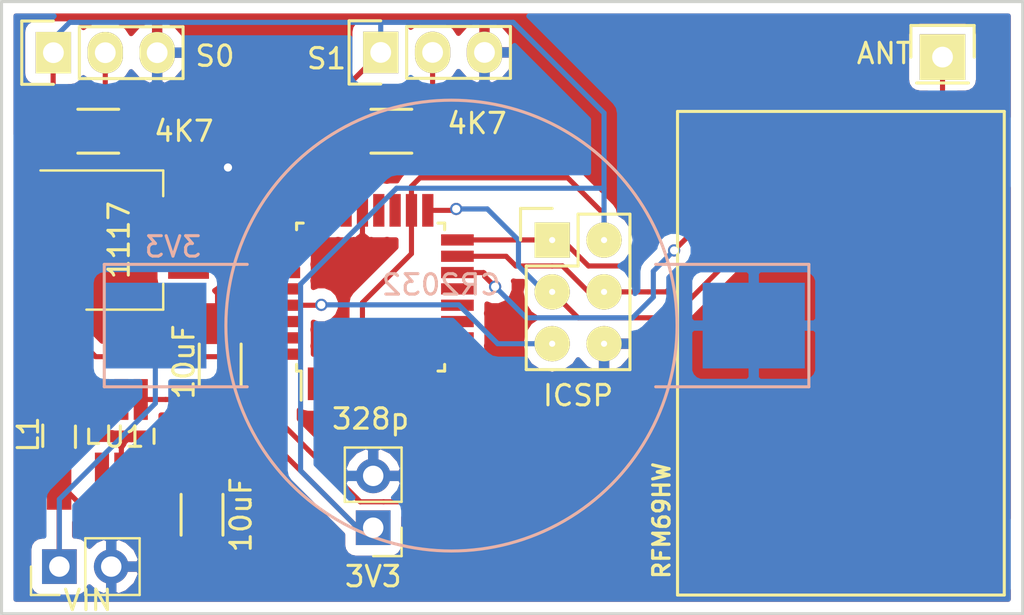
<source format=kicad_pcb>
(kicad_pcb (version 4) (host pcbnew 4.0.5-e0-6337~49~ubuntu16.04.1)

  (general
    (links 49)
    (no_connects 0)
    (area 81.547999 51.476 131.779334 82.355)
    (thickness 1.6)
    (drawings 5)
    (tracks 205)
    (zones 0)
    (modules 16)
    (nets 38)
  )

  (page A4)
  (layers
    (0 F.Cu signal hide)
    (31 B.Cu signal hide)
    (32 B.Adhes user)
    (33 F.Adhes user)
    (34 B.Paste user)
    (35 F.Paste user)
    (36 B.SilkS user)
    (37 F.SilkS user)
    (38 B.Mask user)
    (39 F.Mask user)
    (40 Dwgs.User user)
    (41 Cmts.User user)
    (42 Eco1.User user)
    (43 Eco2.User user)
    (44 Edge.Cuts user)
    (45 Margin user)
    (46 B.CrtYd user)
    (47 F.CrtYd user)
    (48 B.Fab user)
    (49 F.Fab user hide)
  )

  (setup
    (last_trace_width 0.25)
    (trace_clearance 0.2)
    (zone_clearance 0.508)
    (zone_45_only no)
    (trace_min 0.2)
    (segment_width 0.2)
    (edge_width 0.15)
    (via_size 0.6)
    (via_drill 0.4)
    (via_min_size 0.4)
    (via_min_drill 0.3)
    (uvia_size 0.3)
    (uvia_drill 0.1)
    (uvias_allowed no)
    (uvia_min_size 0.2)
    (uvia_min_drill 0.1)
    (pcb_text_width 0.3)
    (pcb_text_size 1.5 1.5)
    (mod_edge_width 0.15)
    (mod_text_size 1 1)
    (mod_text_width 0.15)
    (pad_size 1.7272 1.7272)
    (pad_drill 0.3)
    (pad_to_mask_clearance 0.2)
    (aux_axis_origin 0 0)
    (visible_elements 7FFFFFFF)
    (pcbplotparams
      (layerselection 0x010f0_80000001)
      (usegerberextensions true)
      (excludeedgelayer true)
      (linewidth 0.100000)
      (plotframeref false)
      (viasonmask false)
      (mode 1)
      (useauxorigin false)
      (hpglpennumber 1)
      (hpglpenspeed 20)
      (hpglpendiameter 15)
      (hpglpenoverlay 2)
      (psnegative false)
      (psa4output false)
      (plotreference true)
      (plotvalue true)
      (plotinvisibletext false)
      (padsonsilk false)
      (subtractmaskfromsilk false)
      (outputformat 1)
      (mirror false)
      (drillshape 0)
      (scaleselection 1)
      (outputdirectory GERBER/))
  )

  (net 0 "")
  (net 1 /GND)
  (net 2 /3V3)
  (net 3 "Net-(IC1-Pad1)")
  (net 4 "Net-(IC1-Pad2)")
  (net 5 "Net-(IC1-Pad7)")
  (net 6 "Net-(IC1-Pad8)")
  (net 7 "Net-(IC1-Pad9)")
  (net 8 "Net-(IC1-Pad10)")
  (net 9 "Net-(IC1-Pad11)")
  (net 10 "Net-(IC1-Pad12)")
  (net 11 "Net-(IC1-Pad20)")
  (net 12 "Net-(IC1-Pad22)")
  (net 13 "Net-(IC1-Pad25)")
  (net 14 "Net-(IC1-Pad26)")
  (net 15 "Net-(IC1-Pad27)")
  (net 16 "Net-(IC1-Pad30)")
  (net 17 "Net-(IC1-Pad31)")
  (net 18 "Net-(L1-Pad2)")
  (net 19 "Net-(P2-Pad1)")
  (net 20 /PC0)
  (net 21 /PC1)
  (net 22 /MISO)
  (net 23 /SCK)
  (net 24 /MOSI)
  (net 25 /RST)
  (net 26 /IRQ)
  (net 27 /CE)
  (net 28 /CSN)
  (net 29 "Net-(U3-Pad1)")
  (net 30 "Net-(U3-Pad3)")
  (net 31 "Net-(U3-Pad4)")
  (net 32 "Net-(U3-Pad5)")
  (net 33 "Net-(U3-Pad6)")
  (net 34 "Net-(U3-Pad7)")
  (net 35 "Net-(U3-Pad16)")
  (net 36 /VIN)
  (net 37 "Net-(IC1-Pad19)")

  (net_class Default "This is the default net class."
    (clearance 0.2)
    (trace_width 0.25)
    (via_dia 0.6)
    (via_drill 0.4)
    (uvia_dia 0.3)
    (uvia_drill 0.1)
    (add_net /3V3)
    (add_net /CE)
    (add_net /CSN)
    (add_net /GND)
    (add_net /IRQ)
    (add_net /MISO)
    (add_net /MOSI)
    (add_net /PC0)
    (add_net /PC1)
    (add_net /RST)
    (add_net /SCK)
    (add_net /VIN)
    (add_net "Net-(IC1-Pad1)")
    (add_net "Net-(IC1-Pad10)")
    (add_net "Net-(IC1-Pad11)")
    (add_net "Net-(IC1-Pad12)")
    (add_net "Net-(IC1-Pad19)")
    (add_net "Net-(IC1-Pad2)")
    (add_net "Net-(IC1-Pad20)")
    (add_net "Net-(IC1-Pad22)")
    (add_net "Net-(IC1-Pad25)")
    (add_net "Net-(IC1-Pad26)")
    (add_net "Net-(IC1-Pad27)")
    (add_net "Net-(IC1-Pad30)")
    (add_net "Net-(IC1-Pad31)")
    (add_net "Net-(IC1-Pad7)")
    (add_net "Net-(IC1-Pad8)")
    (add_net "Net-(IC1-Pad9)")
    (add_net "Net-(L1-Pad2)")
    (add_net "Net-(P2-Pad1)")
    (add_net "Net-(U3-Pad1)")
    (add_net "Net-(U3-Pad16)")
    (add_net "Net-(U3-Pad3)")
    (add_net "Net-(U3-Pad4)")
    (add_net "Net-(U3-Pad5)")
    (add_net "Net-(U3-Pad6)")
    (add_net "Net-(U3-Pad7)")
  )

  (module Capacitors_SMD:C_1206_HandSoldering (layer F.Cu) (tedit 587DC503) (tstamp 587CC813)
    (at 91.44 77.089 270)
    (descr "Capacitor SMD 1206, hand soldering")
    (tags "capacitor 1206")
    (path /587A3EB3)
    (attr smd)
    (fp_text reference 10uF (at 0 -1.905 270) (layer F.SilkS)
      (effects (font (size 1 1) (thickness 0.15)))
    )
    (fp_text value C (at 0 2.3 270) (layer F.Fab)
      (effects (font (size 1 1) (thickness 0.15)))
    )
    (fp_line (start -1.6 0.8) (end -1.6 -0.8) (layer F.Fab) (width 0.15))
    (fp_line (start 1.6 0.8) (end -1.6 0.8) (layer F.Fab) (width 0.15))
    (fp_line (start 1.6 -0.8) (end 1.6 0.8) (layer F.Fab) (width 0.15))
    (fp_line (start -1.6 -0.8) (end 1.6 -0.8) (layer F.Fab) (width 0.15))
    (fp_line (start -3.3 -1.15) (end 3.3 -1.15) (layer F.CrtYd) (width 0.05))
    (fp_line (start -3.3 1.15) (end 3.3 1.15) (layer F.CrtYd) (width 0.05))
    (fp_line (start -3.3 -1.15) (end -3.3 1.15) (layer F.CrtYd) (width 0.05))
    (fp_line (start 3.3 -1.15) (end 3.3 1.15) (layer F.CrtYd) (width 0.05))
    (fp_line (start 1 -1.025) (end -1 -1.025) (layer F.SilkS) (width 0.15))
    (fp_line (start -1 1.025) (end 1 1.025) (layer F.SilkS) (width 0.15))
    (pad 1 smd rect (at -2 0 270) (size 2 1.6) (layers F.Cu F.Paste F.Mask)
      (net 36 /VIN))
    (pad 2 smd rect (at 2 0 270) (size 2 1.6) (layers F.Cu F.Paste F.Mask)
      (net 1 /GND))
    (model Capacitors_SMD.3dshapes/C_1206_HandSoldering.wrl
      (at (xyz 0 0 0))
      (scale (xyz 1 1 1))
      (rotate (xyz 0 0 0))
    )
  )

  (module mysensors_radios:RFM69HW_SMD_Handsoldering (layer F.Cu) (tedit 587DC4ED) (tstamp 587AB758)
    (at 115.7224 77.6224 90)
    (descr RFM69HW)
    (tags "RFM69HW, RF69")
    (path /587A3BEC)
    (fp_text reference RFM69HW (at 0.254 -1.778 90) (layer F.SilkS)
      (effects (font (size 0.8 0.8) (thickness 0.16)))
    )
    (fp_text value RFM69HW (at 8.382 7.112 90) (layer F.Fab) hide
      (effects (font (size 0.8 0.8) (thickness 0.16)))
    )
    (fp_line (start -3.4 15) (end -3.4 -1) (layer F.SilkS) (width 0.15))
    (fp_line (start 20.3 15) (end -3.4 15) (layer F.SilkS) (width 0.15))
    (fp_line (start 20.3 -1) (end 20.3 15) (layer F.SilkS) (width 0.15))
    (fp_line (start -3.4 -1) (end 20.3 -1) (layer F.SilkS) (width 0.15))
    (fp_line (start -3.4 15) (end 20.3 15) (layer F.CrtYd) (width 0.15))
    (fp_line (start 20.3 -1) (end 20.3 15) (layer F.CrtYd) (width 0.15))
    (fp_line (start -3.4 -1) (end -3.4 15) (layer F.CrtYd) (width 0.15))
    (fp_line (start -3.4 -1) (end 20.3 -1) (layer F.CrtYd) (width 0.15))
    (fp_line (start 20.3 -1) (end 20.3 15) (layer B.CrtYd) (width 0.15))
    (fp_line (start -3.4 -1) (end -3.4 15) (layer B.CrtYd) (width 0.15))
    (fp_line (start -3.4 15) (end 20.3 15) (layer B.CrtYd) (width 0.15))
    (fp_line (start -3.4 -1) (end 20.3 -1) (layer B.CrtYd) (width 0.15))
    (pad 1 smd rect (at -1.4 0 90) (size 3 1.2) (layers F.Cu F.Paste F.Mask)
      (net 29 "Net-(U3-Pad1)"))
    (pad 2 smd rect (at -1.4 2 90) (size 3 1.2) (layers F.Cu F.Paste F.Mask)
      (net 26 /IRQ))
    (pad 3 smd rect (at -1.4 4 90) (size 3 1.2) (layers F.Cu F.Paste F.Mask)
      (net 30 "Net-(U3-Pad3)"))
    (pad 4 smd rect (at -1.4 6 90) (size 3 1.2) (layers F.Cu F.Paste F.Mask)
      (net 31 "Net-(U3-Pad4)"))
    (pad 5 smd rect (at -1.4 8 90) (size 3 1.2) (layers F.Cu F.Paste F.Mask)
      (net 32 "Net-(U3-Pad5)"))
    (pad 6 smd rect (at -1.4 10 90) (size 3 1.2) (layers F.Cu F.Paste F.Mask)
      (net 33 "Net-(U3-Pad6)"))
    (pad 7 smd rect (at -1.4 12 90) (size 3 1.2) (layers F.Cu F.Paste F.Mask)
      (net 34 "Net-(U3-Pad7)"))
    (pad 8 smd rect (at -1.4 14 90) (size 3 1.2) (layers F.Cu F.Paste F.Mask)
      (net 2 /3V3))
    (pad 9 smd rect (at 18.3 14 90) (size 3 1.2) (layers F.Cu F.Paste F.Mask)
      (net 1 /GND))
    (pad 10 smd rect (at 18.3 12 90) (size 3 1.2) (layers F.Cu F.Paste F.Mask)
      (net 19 "Net-(P2-Pad1)"))
    (pad 11 smd rect (at 18.3 10 90) (size 3 1.2) (layers F.Cu F.Paste F.Mask)
      (net 1 /GND))
    (pad 12 smd rect (at 18.3 8 90) (size 3 1.2) (layers F.Cu F.Paste F.Mask)
      (net 23 /SCK))
    (pad 13 smd rect (at 18.3 6 90) (size 3 1.2) (layers F.Cu F.Paste F.Mask)
      (net 22 /MISO))
    (pad 14 smd rect (at 18.3 4 90) (size 3 1.2) (layers F.Cu F.Paste F.Mask)
      (net 24 /MOSI))
    (pad 15 smd rect (at 18.3 2 90) (size 3 1.2) (layers F.Cu F.Paste F.Mask)
      (net 28 /CSN))
    (pad 16 smd rect (at 18.3 0 90) (size 3 1.2) (layers F.Cu F.Paste F.Mask)
      (net 35 "Net-(U3-Pad16)"))
    (model ${MYSLOCAL}/mysensors.3dshapes/mysensors_radios.3dshapes/rfm69hw.wrl
      (at (xyz 0.332 -0.275 0.03))
      (scale (xyz 0.395 0.395 0.395))
      (rotate (xyz 0 0 180))
    )
    (model Crystals.3dshapes/crystal_FA238-TSX3225.wrl
      (at (xyz 0.332 -0.08 0.06))
      (scale (xyz 0.24 0.24 0.24))
      (rotate (xyz 0 0 90))
    )
    (model Housings_DFN_QFN.3dshapes/QFN-28-1EP_5x5mm_Pitch0.5mm.wrl
      (at (xyz 0.204 -0.445 0.06))
      (scale (xyz 1 1 1))
      (rotate (xyz 0 0 0))
    )
  )

  (module Housings_QFP:TQFP-32_7x7mm_Pitch0.8mm (layer F.Cu) (tedit 587DC56C) (tstamp 587AB705)
    (at 99.695 66.421 90)
    (descr "32-Lead Plastic Thin Quad Flatpack (PT) - 7x7x1.0 mm Body, 2.00 mm [TQFP] (see Microchip Packaging Specification 00000049BS.pdf)")
    (tags "QFP 0.8")
    (path /587A3AF0)
    (attr smd)
    (fp_text reference 328p (at -5.969 0 180) (layer F.SilkS)
      (effects (font (size 1 1) (thickness 0.15)))
    )
    (fp_text value ATMEGA328P-AU (at 0 6.05 90) (layer F.Fab)
      (effects (font (size 1 1) (thickness 0.15)))
    )
    (fp_text user %R (at 0 0 90) (layer F.Fab)
      (effects (font (size 1 1) (thickness 0.15)))
    )
    (fp_line (start -2.5 -3.5) (end 3.5 -3.5) (layer F.Fab) (width 0.15))
    (fp_line (start 3.5 -3.5) (end 3.5 3.5) (layer F.Fab) (width 0.15))
    (fp_line (start 3.5 3.5) (end -3.5 3.5) (layer F.Fab) (width 0.15))
    (fp_line (start -3.5 3.5) (end -3.5 -2.5) (layer F.Fab) (width 0.15))
    (fp_line (start -3.5 -2.5) (end -2.5 -3.5) (layer F.Fab) (width 0.15))
    (fp_line (start -5.3 -5.3) (end -5.3 5.3) (layer F.CrtYd) (width 0.05))
    (fp_line (start 5.3 -5.3) (end 5.3 5.3) (layer F.CrtYd) (width 0.05))
    (fp_line (start -5.3 -5.3) (end 5.3 -5.3) (layer F.CrtYd) (width 0.05))
    (fp_line (start -5.3 5.3) (end 5.3 5.3) (layer F.CrtYd) (width 0.05))
    (fp_line (start -3.625 -3.625) (end -3.625 -3.4) (layer F.SilkS) (width 0.15))
    (fp_line (start 3.625 -3.625) (end 3.625 -3.3) (layer F.SilkS) (width 0.15))
    (fp_line (start 3.625 3.625) (end 3.625 3.3) (layer F.SilkS) (width 0.15))
    (fp_line (start -3.625 3.625) (end -3.625 3.3) (layer F.SilkS) (width 0.15))
    (fp_line (start -3.625 -3.625) (end -3.3 -3.625) (layer F.SilkS) (width 0.15))
    (fp_line (start -3.625 3.625) (end -3.3 3.625) (layer F.SilkS) (width 0.15))
    (fp_line (start 3.625 3.625) (end 3.3 3.625) (layer F.SilkS) (width 0.15))
    (fp_line (start 3.625 -3.625) (end 3.3 -3.625) (layer F.SilkS) (width 0.15))
    (fp_line (start -3.625 -3.4) (end -5.05 -3.4) (layer F.SilkS) (width 0.15))
    (pad 1 smd rect (at -4.25 -2.8 90) (size 1.6 0.55) (layers F.Cu F.Paste F.Mask)
      (net 3 "Net-(IC1-Pad1)"))
    (pad 2 smd rect (at -4.25 -2 90) (size 1.6 0.55) (layers F.Cu F.Paste F.Mask)
      (net 4 "Net-(IC1-Pad2)"))
    (pad 3 smd rect (at -4.25 -1.2 90) (size 1.6 0.55) (layers F.Cu F.Paste F.Mask)
      (net 1 /GND))
    (pad 4 smd rect (at -4.25 -0.4 90) (size 1.6 0.55) (layers F.Cu F.Paste F.Mask)
      (net 2 /3V3))
    (pad 5 smd rect (at -4.25 0.4 90) (size 1.6 0.55) (layers F.Cu F.Paste F.Mask)
      (net 1 /GND))
    (pad 6 smd rect (at -4.25 1.2 90) (size 1.6 0.55) (layers F.Cu F.Paste F.Mask)
      (net 2 /3V3))
    (pad 7 smd rect (at -4.25 2 90) (size 1.6 0.55) (layers F.Cu F.Paste F.Mask)
      (net 5 "Net-(IC1-Pad7)"))
    (pad 8 smd rect (at -4.25 2.8 90) (size 1.6 0.55) (layers F.Cu F.Paste F.Mask)
      (net 6 "Net-(IC1-Pad8)"))
    (pad 9 smd rect (at -2.8 4.25 180) (size 1.6 0.55) (layers F.Cu F.Paste F.Mask)
      (net 7 "Net-(IC1-Pad9)"))
    (pad 10 smd rect (at -2 4.25 180) (size 1.6 0.55) (layers F.Cu F.Paste F.Mask)
      (net 8 "Net-(IC1-Pad10)"))
    (pad 11 smd rect (at -1.2 4.25 180) (size 1.6 0.55) (layers F.Cu F.Paste F.Mask)
      (net 9 "Net-(IC1-Pad11)"))
    (pad 12 smd rect (at -0.4 4.25 180) (size 1.6 0.55) (layers F.Cu F.Paste F.Mask)
      (net 10 "Net-(IC1-Pad12)"))
    (pad 13 smd rect (at 0.4 4.25 180) (size 1.6 0.55) (layers F.Cu F.Paste F.Mask)
      (net 27 /CE))
    (pad 14 smd rect (at 1.2 4.25 180) (size 1.6 0.55) (layers F.Cu F.Paste F.Mask)
      (net 28 /CSN))
    (pad 15 smd rect (at 2 4.25 180) (size 1.6 0.55) (layers F.Cu F.Paste F.Mask)
      (net 24 /MOSI))
    (pad 16 smd rect (at 2.8 4.25 180) (size 1.6 0.55) (layers F.Cu F.Paste F.Mask)
      (net 22 /MISO))
    (pad 17 smd rect (at 4.25 2.8 90) (size 1.6 0.55) (layers F.Cu F.Paste F.Mask)
      (net 23 /SCK))
    (pad 18 smd rect (at 4.25 2 90) (size 1.6 0.55) (layers F.Cu F.Paste F.Mask)
      (net 2 /3V3))
    (pad 19 smd rect (at 4.25 1.2 90) (size 1.6 0.55) (layers F.Cu F.Paste F.Mask)
      (net 37 "Net-(IC1-Pad19)"))
    (pad 20 smd rect (at 4.25 0.4 90) (size 1.6 0.55) (layers F.Cu F.Paste F.Mask)
      (net 11 "Net-(IC1-Pad20)"))
    (pad 21 smd rect (at 4.25 -0.4 90) (size 1.6 0.55) (layers F.Cu F.Paste F.Mask)
      (net 1 /GND))
    (pad 22 smd rect (at 4.25 -1.2 90) (size 1.6 0.55) (layers F.Cu F.Paste F.Mask)
      (net 12 "Net-(IC1-Pad22)"))
    (pad 23 smd rect (at 4.25 -2 90) (size 1.6 0.55) (layers F.Cu F.Paste F.Mask)
      (net 21 /PC1))
    (pad 24 smd rect (at 4.25 -2.8 90) (size 1.6 0.55) (layers F.Cu F.Paste F.Mask)
      (net 20 /PC0))
    (pad 25 smd rect (at 2.8 -4.25 180) (size 1.6 0.55) (layers F.Cu F.Paste F.Mask)
      (net 13 "Net-(IC1-Pad25)"))
    (pad 26 smd rect (at 2 -4.25 180) (size 1.6 0.55) (layers F.Cu F.Paste F.Mask)
      (net 14 "Net-(IC1-Pad26)"))
    (pad 27 smd rect (at 1.2 -4.25 180) (size 1.6 0.55) (layers F.Cu F.Paste F.Mask)
      (net 15 "Net-(IC1-Pad27)"))
    (pad 28 smd rect (at 0.4 -4.25 180) (size 1.6 0.55) (layers F.Cu F.Paste F.Mask)
      (net 36 /VIN))
    (pad 29 smd rect (at -0.4 -4.25 180) (size 1.6 0.55) (layers F.Cu F.Paste F.Mask)
      (net 25 /RST))
    (pad 30 smd rect (at -1.2 -4.25 180) (size 1.6 0.55) (layers F.Cu F.Paste F.Mask)
      (net 16 "Net-(IC1-Pad30)"))
    (pad 31 smd rect (at -2 -4.25 180) (size 1.6 0.55) (layers F.Cu F.Paste F.Mask)
      (net 17 "Net-(IC1-Pad31)"))
    (pad 32 smd rect (at -2.8 -4.25 180) (size 1.6 0.55) (layers F.Cu F.Paste F.Mask)
      (net 26 /IRQ))
    (model Housings_QFP.3dshapes/TQFP-32_7x7mm_Pitch0.8mm.wrl
      (at (xyz 0 0 0))
      (scale (xyz 1 1 1))
      (rotate (xyz 0 0 0))
    )
  )

  (module Choke_SMD:Choke_SMD_1206_Handsoldering (layer F.Cu) (tedit 587CB04E) (tstamp 587AB70B)
    (at 84.4423 73.2409 90)
    (descr "Choke, Drossel, SMD, 1206, Handsoldering,")
    (tags "Choke, Drossel, SMD, 1206, Handsoldering,")
    (path /587A43BC)
    (attr smd)
    (fp_text reference L1 (at 0.0889 -1.5113 90) (layer F.SilkS)
      (effects (font (size 1 1) (thickness 0.15)))
    )
    (fp_text value L (at 0 2.54 90) (layer F.Fab)
      (effects (font (size 1 1) (thickness 0.15)))
    )
    (fp_line (start -0.55118 0.8001) (end 0.50038 0.8001) (layer F.SilkS) (width 0.15))
    (fp_line (start 0.55118 -0.8001) (end -0.50038 -0.8001) (layer F.SilkS) (width 0.15))
    (pad 1 smd rect (at -2.30124 0 90) (size 2.59842 1.19888) (layers F.Cu F.Paste F.Mask)
      (net 36 /VIN))
    (pad 2 smd rect (at 2.30124 0 90) (size 2.60096 1.19888) (layers F.Cu F.Paste F.Mask)
      (net 18 "Net-(L1-Pad2)"))
  )

  (module Pin_Headers:Pin_Header_Straight_1x01 (layer F.Cu) (tedit 587CB08D) (tstamp 587AB716)
    (at 127.6985 54.6608)
    (descr "Through hole pin header")
    (tags "pin header")
    (path /587A904D)
    (fp_text reference ANT (at -2.8575 -0.1778) (layer F.SilkS)
      (effects (font (size 1 1) (thickness 0.15)))
    )
    (fp_text value CONN_01X01 (at -0.9525 -2.0828) (layer F.Fab)
      (effects (font (size 1 1) (thickness 0.15)))
    )
    (fp_line (start 1.55 -1.55) (end 1.55 0) (layer F.SilkS) (width 0.15))
    (fp_line (start -1.75 -1.75) (end -1.75 1.75) (layer F.CrtYd) (width 0.05))
    (fp_line (start 1.75 -1.75) (end 1.75 1.75) (layer F.CrtYd) (width 0.05))
    (fp_line (start -1.75 -1.75) (end 1.75 -1.75) (layer F.CrtYd) (width 0.05))
    (fp_line (start -1.75 1.75) (end 1.75 1.75) (layer F.CrtYd) (width 0.05))
    (fp_line (start -1.55 0) (end -1.55 -1.55) (layer F.SilkS) (width 0.15))
    (fp_line (start -1.55 -1.55) (end 1.55 -1.55) (layer F.SilkS) (width 0.15))
    (fp_line (start -1.27 1.27) (end 1.27 1.27) (layer F.SilkS) (width 0.15))
    (pad 1 thru_hole rect (at 0 0) (size 2.2352 2.2352) (drill 1.016) (layers *.Cu *.Mask F.SilkS)
      (net 19 "Net-(P2-Pad1)"))
    (model Pin_Headers.3dshapes/Pin_Header_Straight_1x01.wrl
      (at (xyz 0 0 0))
      (scale (xyz 1 1 1))
      (rotate (xyz 0 0 90))
    )
  )

  (module Pin_Headers:Pin_Header_Straight_1x03 (layer F.Cu) (tedit 587DC4BB) (tstamp 587AB71D)
    (at 84.1629 54.4449 90)
    (descr "Through hole pin header")
    (tags "pin header")
    (path /587A3D32)
    (fp_text reference S0 (at -0.1651 7.9121 180) (layer F.SilkS)
      (effects (font (size 1 1) (thickness 0.15)))
    )
    (fp_text value CONN_01X03 (at 1.7399 3.2131 180) (layer F.Fab)
      (effects (font (size 1 1) (thickness 0.15)))
    )
    (fp_line (start -1.75 -1.75) (end -1.75 6.85) (layer F.CrtYd) (width 0.05))
    (fp_line (start 1.75 -1.75) (end 1.75 6.85) (layer F.CrtYd) (width 0.05))
    (fp_line (start -1.75 -1.75) (end 1.75 -1.75) (layer F.CrtYd) (width 0.05))
    (fp_line (start -1.75 6.85) (end 1.75 6.85) (layer F.CrtYd) (width 0.05))
    (fp_line (start -1.27 1.27) (end -1.27 6.35) (layer F.SilkS) (width 0.15))
    (fp_line (start -1.27 6.35) (end 1.27 6.35) (layer F.SilkS) (width 0.15))
    (fp_line (start 1.27 6.35) (end 1.27 1.27) (layer F.SilkS) (width 0.15))
    (fp_line (start 1.55 -1.55) (end 1.55 0) (layer F.SilkS) (width 0.15))
    (fp_line (start 1.27 1.27) (end -1.27 1.27) (layer F.SilkS) (width 0.15))
    (fp_line (start -1.55 0) (end -1.55 -1.55) (layer F.SilkS) (width 0.15))
    (fp_line (start -1.55 -1.55) (end 1.55 -1.55) (layer F.SilkS) (width 0.15))
    (pad 1 thru_hole rect (at 0 0 90) (size 2.032 1.7272) (drill 1.016) (layers *.Cu *.Mask F.SilkS)
      (net 2 /3V3))
    (pad 2 thru_hole oval (at 0 2.54 90) (size 2.032 1.7272) (drill 1.016) (layers *.Cu *.Mask F.SilkS)
      (net 20 /PC0))
    (pad 3 thru_hole oval (at 0 5.08 90) (size 2.032 1.7272) (drill 1.016) (layers *.Cu *.Mask F.SilkS)
      (net 1 /GND))
    (model Pin_Headers.3dshapes/Pin_Header_Straight_1x03.wrl
      (at (xyz 0 -0.1 0))
      (scale (xyz 1 1 1))
      (rotate (xyz 0 0 90))
    )
  )

  (module Pin_Headers:Pin_Header_Straight_1x03 (layer F.Cu) (tedit 587DC4C3) (tstamp 587AB724)
    (at 100.1903 54.4322 90)
    (descr "Through hole pin header")
    (tags "pin header")
    (path /587A3CDC)
    (fp_text reference S1 (at -0.3048 -2.6543 180) (layer F.SilkS)
      (effects (font (size 1 1) (thickness 0.15)))
    )
    (fp_text value CONN_01X03 (at 1.9812 3.0607 180) (layer F.Fab)
      (effects (font (size 1 1) (thickness 0.15)))
    )
    (fp_line (start -1.75 -1.75) (end -1.75 6.85) (layer F.CrtYd) (width 0.05))
    (fp_line (start 1.75 -1.75) (end 1.75 6.85) (layer F.CrtYd) (width 0.05))
    (fp_line (start -1.75 -1.75) (end 1.75 -1.75) (layer F.CrtYd) (width 0.05))
    (fp_line (start -1.75 6.85) (end 1.75 6.85) (layer F.CrtYd) (width 0.05))
    (fp_line (start -1.27 1.27) (end -1.27 6.35) (layer F.SilkS) (width 0.15))
    (fp_line (start -1.27 6.35) (end 1.27 6.35) (layer F.SilkS) (width 0.15))
    (fp_line (start 1.27 6.35) (end 1.27 1.27) (layer F.SilkS) (width 0.15))
    (fp_line (start 1.55 -1.55) (end 1.55 0) (layer F.SilkS) (width 0.15))
    (fp_line (start 1.27 1.27) (end -1.27 1.27) (layer F.SilkS) (width 0.15))
    (fp_line (start -1.55 0) (end -1.55 -1.55) (layer F.SilkS) (width 0.15))
    (fp_line (start -1.55 -1.55) (end 1.55 -1.55) (layer F.SilkS) (width 0.15))
    (pad 1 thru_hole rect (at 0 0 90) (size 2.032 1.7272) (drill 1.016) (layers *.Cu *.Mask F.SilkS)
      (net 2 /3V3))
    (pad 2 thru_hole oval (at 0 2.54 90) (size 2.032 1.7272) (drill 1.016) (layers *.Cu *.Mask F.SilkS)
      (net 21 /PC1))
    (pad 3 thru_hole oval (at 0 5.08 90) (size 2.032 1.7272) (drill 1.016) (layers *.Cu *.Mask F.SilkS)
      (net 1 /GND))
    (model Pin_Headers.3dshapes/Pin_Header_Straight_1x03.wrl
      (at (xyz 0 -0.1 0))
      (scale (xyz 1 1 1))
      (rotate (xyz 0 0 90))
    )
  )

  (module Pin_Headers:Pin_Header_Straight_2x03 (layer F.Cu) (tedit 587DC667) (tstamp 587AB72E)
    (at 108.585 63.627)
    (descr "Through hole pin header")
    (tags "pin header")
    (path /587A7114)
    (fp_text reference ICSP (at 1.27 7.62) (layer F.SilkS)
      (effects (font (size 1 1) (thickness 0.15)))
    )
    (fp_text value CONN_02X03 (at 0 -3.1) (layer F.Fab)
      (effects (font (size 1 1) (thickness 0.15)))
    )
    (fp_line (start -1.27 1.27) (end -1.27 6.35) (layer F.SilkS) (width 0.15))
    (fp_line (start -1.55 -1.55) (end 0 -1.55) (layer F.SilkS) (width 0.15))
    (fp_line (start -1.75 -1.75) (end -1.75 6.85) (layer F.CrtYd) (width 0.05))
    (fp_line (start 4.3 -1.75) (end 4.3 6.85) (layer F.CrtYd) (width 0.05))
    (fp_line (start -1.75 -1.75) (end 4.3 -1.75) (layer F.CrtYd) (width 0.05))
    (fp_line (start -1.75 6.85) (end 4.3 6.85) (layer F.CrtYd) (width 0.05))
    (fp_line (start 1.27 -1.27) (end 1.27 1.27) (layer F.SilkS) (width 0.15))
    (fp_line (start 1.27 1.27) (end -1.27 1.27) (layer F.SilkS) (width 0.15))
    (fp_line (start -1.27 6.35) (end 3.81 6.35) (layer F.SilkS) (width 0.15))
    (fp_line (start 3.81 6.35) (end 3.81 1.27) (layer F.SilkS) (width 0.15))
    (fp_line (start -1.55 -1.55) (end -1.55 0) (layer F.SilkS) (width 0.15))
    (fp_line (start 3.81 -1.27) (end 1.27 -1.27) (layer F.SilkS) (width 0.15))
    (fp_line (start 3.81 1.27) (end 3.81 -1.27) (layer F.SilkS) (width 0.15))
    (pad 1 thru_hole rect (at 0 0) (size 1.7272 1.7272) (drill 0.3) (layers *.Cu *.Mask F.SilkS)
      (net 22 /MISO))
    (pad 2 thru_hole oval (at 2.54 0) (size 1.7272 1.7272) (drill 0.3) (layers *.Cu *.Mask F.SilkS)
      (net 2 /3V3))
    (pad 3 thru_hole oval (at 0 2.54) (size 1.7272 1.7272) (drill 0.3) (layers *.Cu *.Mask F.SilkS)
      (net 23 /SCK))
    (pad 4 thru_hole oval (at 2.54 2.54) (size 1.7272 1.7272) (drill 0.3) (layers *.Cu *.Mask F.SilkS)
      (net 24 /MOSI))
    (pad 5 thru_hole oval (at 0 5.08) (size 1.7272 1.7272) (drill 0.3) (layers *.Cu *.Mask F.SilkS)
      (net 25 /RST))
    (pad 6 thru_hole oval (at 2.54 5.08) (size 1.7272 1.7272) (drill 0.3) (layers *.Cu *.Mask F.SilkS)
      (net 1 /GND))
    (model Pin_Headers.3dshapes/Pin_Header_Straight_2x03.wrl
      (at (xyz 0.05 -0.1 0))
      (scale (xyz 1 1 1))
      (rotate (xyz 0 0 90))
    )
  )

  (module TO_SOT_Packages_SMD:TSOT-6-MK06A_Handsoldering (layer F.Cu) (tedit 587CB09D) (tstamp 587AB744)
    (at 87.4903 73.2409)
    (descr "TSOP-6 MK06A housing 6pin")
    (path /587A484D)
    (attr smd)
    (fp_text reference U1 (at 0.1397 0.0381) (layer F.SilkS)
      (effects (font (size 1 1) (thickness 0.15)))
    )
    (fp_text value MAX1724 (at -0.03048 5.22986) (layer F.Fab)
      (effects (font (size 1 1) (thickness 0.15)))
    )
    (fp_line (start -1.6002 0.35052) (end -1.10998 0.35052) (layer F.SilkS) (width 0.15))
    (fp_line (start -1.6002 -0.35052) (end -1.6002 0.35052) (layer F.SilkS) (width 0.15))
    (fp_line (start 1.6002 -0.35052) (end 1.6002 0.35052) (layer F.SilkS) (width 0.15))
    (pad 1 smd rect (at -0.94996 1.80086) (size 0.69088 1.99898) (layers F.Cu F.Paste F.Mask)
      (net 36 /VIN))
    (pad 2 smd rect (at 0 1.80086) (size 0.69088 1.99898) (layers F.Cu F.Paste F.Mask)
      (net 1 /GND))
    (pad 3 smd rect (at 0.94996 1.80086) (size 0.69088 1.99898) (layers F.Cu F.Paste F.Mask)
      (net 36 /VIN))
    (pad 4 smd rect (at 0.94996 -1.80086) (size 0.69088 1.99898) (layers F.Cu F.Paste F.Mask)
      (net 2 /3V3))
    (pad 5 smd rect (at 0 -1.80086) (size 0.69088 1.99898) (layers F.Cu F.Paste F.Mask))
    (pad 6 smd rect (at -0.94996 -1.80086) (size 0.69088 1.99898) (layers F.Cu F.Paste F.Mask)
      (net 18 "Net-(L1-Pad2)"))
    (model TO_SOT_Packages_SMD.3dshapes/TSOT-6-MK06A_Handsoldering.wrl
      (at (xyz 0 0 0))
      (scale (xyz 1 1 1))
      (rotate (xyz 0 0 0))
    )
  )

  (module Resistors_SMD:R_1206_HandSoldering (layer F.Cu) (tedit 587DC4AB) (tstamp 587CA4E6)
    (at 86.36 58.293)
    (descr "Resistor SMD 1206, hand soldering")
    (tags "resistor 1206")
    (path /587A3DC5)
    (attr smd)
    (fp_text reference 4K7 (at 4.191 0) (layer F.SilkS)
      (effects (font (size 1 1) (thickness 0.15)))
    )
    (fp_text value 4K7 (at 0 2.3) (layer F.Fab)
      (effects (font (size 1 1) (thickness 0.15)))
    )
    (fp_line (start -1.6 0.8) (end -1.6 -0.8) (layer F.Fab) (width 0.1))
    (fp_line (start 1.6 0.8) (end -1.6 0.8) (layer F.Fab) (width 0.1))
    (fp_line (start 1.6 -0.8) (end 1.6 0.8) (layer F.Fab) (width 0.1))
    (fp_line (start -1.6 -0.8) (end 1.6 -0.8) (layer F.Fab) (width 0.1))
    (fp_line (start -3.3 -1.2) (end 3.3 -1.2) (layer F.CrtYd) (width 0.05))
    (fp_line (start -3.3 1.2) (end 3.3 1.2) (layer F.CrtYd) (width 0.05))
    (fp_line (start -3.3 -1.2) (end -3.3 1.2) (layer F.CrtYd) (width 0.05))
    (fp_line (start 3.3 -1.2) (end 3.3 1.2) (layer F.CrtYd) (width 0.05))
    (fp_line (start 1 1.075) (end -1 1.075) (layer F.SilkS) (width 0.15))
    (fp_line (start -1 -1.075) (end 1 -1.075) (layer F.SilkS) (width 0.15))
    (pad 1 smd rect (at -2 0) (size 2 1.7) (layers F.Cu F.Paste F.Mask)
      (net 2 /3V3))
    (pad 2 smd rect (at 2 0) (size 2 1.7) (layers F.Cu F.Paste F.Mask)
      (net 20 /PC0))
    (model Resistors_SMD.3dshapes/R_1206_HandSoldering.wrl
      (at (xyz 0 0 0))
      (scale (xyz 1 1 1))
      (rotate (xyz 0 0 0))
    )
  )

  (module Pin_Headers:Pin_Header_Straight_1x02_Pitch2.54mm (layer F.Cu) (tedit 587DC509) (tstamp 587CA665)
    (at 99.822 77.724 180)
    (descr "Through hole straight pin header, 1x02, 2.54mm pitch, single row")
    (tags "Through hole pin header THT 1x02 2.54mm single row")
    (path /587A94D1)
    (fp_text reference 3V3 (at 0 -2.39 180) (layer F.SilkS)
      (effects (font (size 1 1) (thickness 0.15)))
    )
    (fp_text value CONN_01X02 (at 0 4.93 180) (layer F.Fab)
      (effects (font (size 1 1) (thickness 0.15)))
    )
    (fp_line (start -1.27 -1.27) (end -1.27 3.81) (layer F.Fab) (width 0.1))
    (fp_line (start -1.27 3.81) (end 1.27 3.81) (layer F.Fab) (width 0.1))
    (fp_line (start 1.27 3.81) (end 1.27 -1.27) (layer F.Fab) (width 0.1))
    (fp_line (start 1.27 -1.27) (end -1.27 -1.27) (layer F.Fab) (width 0.1))
    (fp_line (start -1.39 1.27) (end -1.39 3.93) (layer F.SilkS) (width 0.12))
    (fp_line (start -1.39 3.93) (end 1.39 3.93) (layer F.SilkS) (width 0.12))
    (fp_line (start 1.39 3.93) (end 1.39 1.27) (layer F.SilkS) (width 0.12))
    (fp_line (start 1.39 1.27) (end -1.39 1.27) (layer F.SilkS) (width 0.12))
    (fp_line (start -1.39 0) (end -1.39 -1.39) (layer F.SilkS) (width 0.12))
    (fp_line (start -1.39 -1.39) (end 0 -1.39) (layer F.SilkS) (width 0.12))
    (fp_line (start -1.6 -1.6) (end -1.6 4.1) (layer F.CrtYd) (width 0.05))
    (fp_line (start -1.6 4.1) (end 1.6 4.1) (layer F.CrtYd) (width 0.05))
    (fp_line (start 1.6 4.1) (end 1.6 -1.6) (layer F.CrtYd) (width 0.05))
    (fp_line (start 1.6 -1.6) (end -1.6 -1.6) (layer F.CrtYd) (width 0.05))
    (pad 1 thru_hole rect (at 0 0 180) (size 1.7 1.7) (drill 1) (layers *.Cu *.Mask)
      (net 2 /3V3))
    (pad 2 thru_hole oval (at 0 2.54 180) (size 1.7 1.7) (drill 1) (layers *.Cu *.Mask)
      (net 1 /GND))
    (model Pin_Headers.3dshapes/Pin_Header_Straight_1x02_Pitch2.54mm.wrl
      (at (xyz 0 -0.05 0))
      (scale (xyz 1 1 1))
      (rotate (xyz 0 0 90))
    )
  )

  (module Batteries:BU2032_smd (layer B.Cu) (tedit 587DC58C) (tstamp 587CBA10)
    (at 89.154 67.818)
    (path /587A45CD)
    (fp_text reference 3V3 (at 0.863015 -3.860095) (layer B.SilkS)
      (effects (font (size 1 1) (thickness 0.15)) (justify mirror))
    )
    (fp_text value CR2032 (at 14 -2) (layer B.SilkS)
      (effects (font (size 1 1) (thickness 0.15)) (justify mirror))
    )
    (fp_line (start 32 -3) (end 24.5 -3) (layer B.SilkS) (width 0.15))
    (fp_line (start 32 3) (end 24.5 3) (layer B.SilkS) (width 0.15))
    (fp_circle (center 14.5 0) (end 13.5 -11) (layer B.SilkS) (width 0.15))
    (fp_line (start 32 -3) (end 32 3) (layer B.SilkS) (width 0.15))
    (fp_line (start 4.5 3) (end -2.5 3) (layer B.SilkS) (width 0.15))
    (fp_line (start -2.5 3) (end -2.5 -3) (layer B.SilkS) (width 0.15))
    (fp_line (start -2.5 -3) (end 4.5 -3) (layer B.SilkS) (width 0.15))
    (pad 2 smd rect (at 29.3 0) (size 5 4.2) (layers B.Cu B.Paste B.Mask)
      (net 1 /GND))
    (pad 1 smd rect (at 0 0) (size 5 4.2) (layers B.Cu B.Paste B.Mask)
      (net 36 /VIN))
  )

  (module Pin_Headers:Pin_Header_Straight_1x02_Pitch2.54mm (layer F.Cu) (tedit 587DC50E) (tstamp 587CBD2A)
    (at 84.455 79.629 90)
    (descr "Through hole straight pin header, 1x02, 2.54mm pitch, single row")
    (tags "Through hole pin header THT 1x02 2.54mm single row")
    (path /587CB13B)
    (fp_text reference VIN (at -1.651 1.397 180) (layer F.SilkS)
      (effects (font (size 1 1) (thickness 0.15)))
    )
    (fp_text value CONN_01X02 (at -1.143 9.017 180) (layer F.Fab)
      (effects (font (size 1 1) (thickness 0.15)))
    )
    (fp_line (start -1.27 -1.27) (end -1.27 3.81) (layer F.Fab) (width 0.1))
    (fp_line (start -1.27 3.81) (end 1.27 3.81) (layer F.Fab) (width 0.1))
    (fp_line (start 1.27 3.81) (end 1.27 -1.27) (layer F.Fab) (width 0.1))
    (fp_line (start 1.27 -1.27) (end -1.27 -1.27) (layer F.Fab) (width 0.1))
    (fp_line (start -1.39 1.27) (end -1.39 3.93) (layer F.SilkS) (width 0.12))
    (fp_line (start -1.39 3.93) (end 1.39 3.93) (layer F.SilkS) (width 0.12))
    (fp_line (start 1.39 3.93) (end 1.39 1.27) (layer F.SilkS) (width 0.12))
    (fp_line (start 1.39 1.27) (end -1.39 1.27) (layer F.SilkS) (width 0.12))
    (fp_line (start -1.39 0) (end -1.39 -1.39) (layer F.SilkS) (width 0.12))
    (fp_line (start -1.39 -1.39) (end 0 -1.39) (layer F.SilkS) (width 0.12))
    (fp_line (start -1.6 -1.6) (end -1.6 4.1) (layer F.CrtYd) (width 0.05))
    (fp_line (start -1.6 4.1) (end 1.6 4.1) (layer F.CrtYd) (width 0.05))
    (fp_line (start 1.6 4.1) (end 1.6 -1.6) (layer F.CrtYd) (width 0.05))
    (fp_line (start 1.6 -1.6) (end -1.6 -1.6) (layer F.CrtYd) (width 0.05))
    (pad 1 thru_hole rect (at 0 0 90) (size 1.7 1.7) (drill 1) (layers *.Cu *.Mask)
      (net 36 /VIN))
    (pad 2 thru_hole oval (at 0 2.54 90) (size 1.7 1.7) (drill 1) (layers *.Cu *.Mask)
      (net 1 /GND))
    (model Pin_Headers.3dshapes/Pin_Header_Straight_1x02_Pitch2.54mm.wrl
      (at (xyz 0 -0.05 0))
      (scale (xyz 1 1 1))
      (rotate (xyz 0 0 90))
    )
  )

  (module Capacitors_SMD:C_1206_HandSoldering (layer F.Cu) (tedit 587DC54B) (tstamp 587CC818)
    (at 92.329 69.723 90)
    (descr "Capacitor SMD 1206, hand soldering")
    (tags "capacitor 1206")
    (path /587A3F35)
    (attr smd)
    (fp_text reference 10uF (at 0.127 -1.778 90) (layer F.SilkS)
      (effects (font (size 1 1) (thickness 0.15)))
    )
    (fp_text value C (at 0 2.3 90) (layer F.Fab)
      (effects (font (size 1 1) (thickness 0.15)))
    )
    (fp_line (start -1.6 0.8) (end -1.6 -0.8) (layer F.Fab) (width 0.15))
    (fp_line (start 1.6 0.8) (end -1.6 0.8) (layer F.Fab) (width 0.15))
    (fp_line (start 1.6 -0.8) (end 1.6 0.8) (layer F.Fab) (width 0.15))
    (fp_line (start -1.6 -0.8) (end 1.6 -0.8) (layer F.Fab) (width 0.15))
    (fp_line (start -3.3 -1.15) (end 3.3 -1.15) (layer F.CrtYd) (width 0.05))
    (fp_line (start -3.3 1.15) (end 3.3 1.15) (layer F.CrtYd) (width 0.05))
    (fp_line (start -3.3 -1.15) (end -3.3 1.15) (layer F.CrtYd) (width 0.05))
    (fp_line (start 3.3 -1.15) (end 3.3 1.15) (layer F.CrtYd) (width 0.05))
    (fp_line (start 1 -1.025) (end -1 -1.025) (layer F.SilkS) (width 0.15))
    (fp_line (start -1 1.025) (end 1 1.025) (layer F.SilkS) (width 0.15))
    (pad 1 smd rect (at -2 0 90) (size 2 1.6) (layers F.Cu F.Paste F.Mask)
      (net 2 /3V3))
    (pad 2 smd rect (at 2 0 90) (size 2 1.6) (layers F.Cu F.Paste F.Mask)
      (net 1 /GND))
    (model Capacitors_SMD.3dshapes/C_1206_HandSoldering.wrl
      (at (xyz 0 0 0))
      (scale (xyz 1 1 1))
      (rotate (xyz 0 0 0))
    )
  )

  (module Resistors_SMD:R_1206_HandSoldering (layer F.Cu) (tedit 587DC4D2) (tstamp 587CCBE0)
    (at 100.711 58.293)
    (descr "Resistor SMD 1206, hand soldering")
    (tags "resistor 1206")
    (path /587CCD31)
    (attr smd)
    (fp_text reference 4K7 (at 4.191 -0.381) (layer F.SilkS)
      (effects (font (size 1 1) (thickness 0.15)))
    )
    (fp_text value 4K7 (at 0 2.3) (layer F.Fab)
      (effects (font (size 1 1) (thickness 0.15)))
    )
    (fp_line (start -1.6 0.8) (end -1.6 -0.8) (layer F.Fab) (width 0.1))
    (fp_line (start 1.6 0.8) (end -1.6 0.8) (layer F.Fab) (width 0.1))
    (fp_line (start 1.6 -0.8) (end 1.6 0.8) (layer F.Fab) (width 0.1))
    (fp_line (start -1.6 -0.8) (end 1.6 -0.8) (layer F.Fab) (width 0.1))
    (fp_line (start -3.3 -1.2) (end 3.3 -1.2) (layer F.CrtYd) (width 0.05))
    (fp_line (start -3.3 1.2) (end 3.3 1.2) (layer F.CrtYd) (width 0.05))
    (fp_line (start -3.3 -1.2) (end -3.3 1.2) (layer F.CrtYd) (width 0.05))
    (fp_line (start 3.3 -1.2) (end 3.3 1.2) (layer F.CrtYd) (width 0.05))
    (fp_line (start 1 1.075) (end -1 1.075) (layer F.SilkS) (width 0.15))
    (fp_line (start -1 -1.075) (end 1 -1.075) (layer F.SilkS) (width 0.15))
    (pad 1 smd rect (at -2 0) (size 2 1.7) (layers F.Cu F.Paste F.Mask)
      (net 2 /3V3))
    (pad 2 smd rect (at 2 0) (size 2 1.7) (layers F.Cu F.Paste F.Mask)
      (net 21 /PC1))
    (model Resistors_SMD.3dshapes/R_1206_HandSoldering.wrl
      (at (xyz 0 0 0))
      (scale (xyz 1 1 1))
      (rotate (xyz 0 0 0))
    )
  )

  (module TO_SOT_Packages_SMD:SOT-223 (layer F.Cu) (tedit 587DC550) (tstamp 587CDADF)
    (at 87.63 63.627)
    (descr "module CMS SOT223 4 pins")
    (tags "CMS SOT")
    (path /587CDB07)
    (attr smd)
    (fp_text reference 1117 (at -0.254 0 90) (layer F.SilkS)
      (effects (font (size 1 1) (thickness 0.15)))
    )
    (fp_text value AP111733 (at -0.381 2.286) (layer F.Fab)
      (effects (font (size 1 1) (thickness 0.15)))
    )
    (fp_line (start 1.91 3.41) (end 1.91 2.15) (layer F.SilkS) (width 0.12))
    (fp_line (start 1.91 -3.41) (end 1.91 -2.15) (layer F.SilkS) (width 0.12))
    (fp_line (start 4.4 -3.6) (end -4.4 -3.6) (layer F.CrtYd) (width 0.05))
    (fp_line (start 4.4 3.6) (end 4.4 -3.6) (layer F.CrtYd) (width 0.05))
    (fp_line (start -4.4 3.6) (end 4.4 3.6) (layer F.CrtYd) (width 0.05))
    (fp_line (start -4.4 -3.6) (end -4.4 3.6) (layer F.CrtYd) (width 0.05))
    (fp_line (start -1.85 -3.35) (end -1.85 3.35) (layer F.Fab) (width 0.15))
    (fp_line (start -1.85 3.41) (end 1.91 3.41) (layer F.SilkS) (width 0.12))
    (fp_line (start -1.85 -3.35) (end 1.85 -3.35) (layer F.Fab) (width 0.15))
    (fp_line (start -4.1 -3.41) (end 1.91 -3.41) (layer F.SilkS) (width 0.12))
    (fp_line (start -1.85 3.35) (end 1.85 3.35) (layer F.Fab) (width 0.15))
    (fp_line (start 1.85 -3.35) (end 1.85 3.35) (layer F.Fab) (width 0.15))
    (pad 4 smd rect (at 3.15 0) (size 2 3.8) (layers F.Cu F.Paste F.Mask)
      (net 2 /3V3))
    (pad 2 smd rect (at -3.15 0) (size 2 1.5) (layers F.Cu F.Paste F.Mask)
      (net 2 /3V3))
    (pad 3 smd rect (at -3.15 2.3) (size 2 1.5) (layers F.Cu F.Paste F.Mask)
      (net 36 /VIN))
    (pad 1 smd rect (at -3.15 -2.3) (size 2 1.5) (layers F.Cu F.Paste F.Mask)
      (net 1 /GND))
    (model TO_SOT_Packages_SMD.3dshapes/SOT-223.wrl
      (at (xyz 0 0 0))
      (scale (xyz 0.4 0.4 0.4))
      (rotate (xyz 0 0 90))
    )
  )

  (gr_line (start 131.623 81.938) (end 131.623 51.938) (angle 90) (layer Edge.Cuts) (width 0.15))
  (gr_line (start 81.623 81.938) (end 131.623 81.938) (angle 90) (layer Edge.Cuts) (width 0.15))
  (gr_line (start 81.623 51.938) (end 81.623 81.938) (angle 90) (layer Edge.Cuts) (width 0.15))
  (gr_line (start 131.623 51.938) (end 81.623 51.938) (angle 90) (layer Edge.Cuts) (width 0.15))
  (gr_line (start 81.623 51.938) (end 131.623 51.938) (angle 90) (layer Edge.Cuts) (width 0.15))

  (segment (start 84.48 61.327) (end 91.454 61.327) (width 0.25) (layer F.Cu) (net 1))
  (segment (start 89.2429 56.6039) (end 89.2429 54.4449) (width 0.25) (layer B.Cu) (net 1) (tstamp 587CDC4F))
  (segment (start 92.71 60.071) (end 89.2429 56.6039) (width 0.25) (layer B.Cu) (net 1) (tstamp 587CDC4E))
  (via (at 92.71 60.071) (size 0.6) (drill 0.4) (layers F.Cu B.Cu) (net 1))
  (segment (start 91.454 61.327) (end 92.71 60.071) (width 0.25) (layer F.Cu) (net 1) (tstamp 587CDC48))
  (segment (start 99.295 62.171) (end 99.295 61.233) (width 0.25) (layer F.Cu) (net 1))
  (segment (start 99.295 61.233) (end 100.584 59.944) (width 0.25) (layer F.Cu) (net 1) (tstamp 587CCBEA))
  (segment (start 105.2703 58.5597) (end 105.2703 54.4322) (width 0.25) (layer F.Cu) (net 1) (tstamp 587CCBEF))
  (segment (start 103.886 59.944) (end 105.2703 58.5597) (width 0.25) (layer F.Cu) (net 1) (tstamp 587CCBED))
  (segment (start 100.584 59.944) (end 103.886 59.944) (width 0.25) (layer F.Cu) (net 1) (tstamp 587CCBEB))
  (segment (start 87.4903 75.04176) (end 87.4903 73.4187) (width 0.25) (layer F.Cu) (net 1))
  (segment (start 93.123 79.089) (end 91.44 79.089) (width 0.25) (layer F.Cu) (net 1) (tstamp 587CC8DA))
  (segment (start 93.726 78.486) (end 93.123 79.089) (width 0.25) (layer F.Cu) (net 1) (tstamp 587CC8D9))
  (segment (start 93.726 74.168) (end 93.726 78.486) (width 0.25) (layer F.Cu) (net 1) (tstamp 587CC8D8))
  (segment (start 92.837 73.279) (end 93.726 74.168) (width 0.25) (layer F.Cu) (net 1) (tstamp 587CC8D7))
  (segment (start 87.63 73.279) (end 92.837 73.279) (width 0.25) (layer F.Cu) (net 1) (tstamp 587CC8D6))
  (segment (start 87.4903 73.4187) (end 87.63 73.279) (width 0.25) (layer F.Cu) (net 1) (tstamp 587CC8D5))
  (segment (start 98.495 70.671) (end 98.495 64.573) (width 0.25) (layer F.Cu) (net 1))
  (segment (start 99.295 63.773) (end 99.295 62.171) (width 0.25) (layer F.Cu) (net 1) (tstamp 587CC454))
  (segment (start 98.495 64.573) (end 99.295 63.773) (width 0.25) (layer F.Cu) (net 1) (tstamp 587CC453))
  (segment (start 99.822 75.184) (end 99.822 72.517) (width 0.25) (layer F.Cu) (net 1))
  (segment (start 99.822 72.517) (end 99.949 72.39) (width 0.25) (layer F.Cu) (net 1) (tstamp 587CC439))
  (segment (start 98.495 70.671) (end 98.495 72.517) (width 0.25) (layer F.Cu) (net 1))
  (segment (start 98.495 72.517) (end 98.552 72.517) (width 0.25) (layer F.Cu) (net 1) (tstamp 587CA86B))
  (segment (start 100.095 70.671) (end 100.095 72.244) (width 0.25) (layer F.Cu) (net 1))
  (segment (start 99.822 72.517) (end 98.552 72.517) (width 0.25) (layer F.Cu) (net 1) (tstamp 587CA862))
  (segment (start 100.095 72.244) (end 99.949 72.39) (width 0.25) (layer F.Cu) (net 1) (tstamp 587CA85F))
  (segment (start 99.949 72.39) (end 99.822 72.517) (width 0.25) (layer F.Cu) (net 1) (tstamp 587CC43C))
  (segment (start 84.36 58.293) (end 83.566 58.293) (width 0.25) (layer F.Cu) (net 2))
  (segment (start 83.566 58.293) (end 82.804 59.055) (width 0.25) (layer F.Cu) (net 2) (tstamp 587CDBEE))
  (segment (start 82.804 59.055) (end 82.804 63.5) (width 0.25) (layer F.Cu) (net 2) (tstamp 587CDBF0))
  (segment (start 84.48 63.627) (end 82.931 63.627) (width 0.25) (layer F.Cu) (net 2))
  (segment (start 82.931 63.627) (end 82.804 63.5) (width 0.25) (layer F.Cu) (net 2) (tstamp 587CDBA3))
  (segment (start 90.78 63.627) (end 84.48 63.627) (width 0.25) (layer F.Cu) (net 2))
  (segment (start 100.895 70.671) (end 100.895 71.685) (width 0.25) (layer F.Cu) (net 2))
  (segment (start 100.895 71.685) (end 104.521 75.311) (width 0.25) (layer F.Cu) (net 2) (tstamp 587CD241))
  (segment (start 100.895 69.723) (end 100.895 69.526) (width 0.25) (layer F.Cu) (net 2))
  (segment (start 100.895 69.526) (end 100.584 69.215) (width 0.25) (layer F.Cu) (net 2) (tstamp 587CD23B))
  (segment (start 99.822 77.724) (end 99.06 77.724) (width 0.25) (layer B.Cu) (net 2))
  (segment (start 99.06 77.724) (end 96.266 74.93) (width 0.25) (layer B.Cu) (net 2) (tstamp 587CD226))
  (segment (start 100.965 61.087) (end 111.125 61.087) (width 0.25) (layer B.Cu) (net 2) (tstamp 587CD22D))
  (segment (start 96.266 65.786) (end 100.965 61.087) (width 0.25) (layer B.Cu) (net 2) (tstamp 587CD22B))
  (segment (start 96.266 74.93) (end 96.266 65.786) (width 0.25) (layer B.Cu) (net 2) (tstamp 587CD228))
  (segment (start 100.1903 54.4322) (end 100.1903 52.959) (width 0.25) (layer B.Cu) (net 2))
  (segment (start 100.1903 52.959) (end 100.203 52.959) (width 0.25) (layer B.Cu) (net 2) (tstamp 587CD1EB))
  (segment (start 117.475 75.311) (end 118.618 76.454) (width 0.25) (layer F.Cu) (net 2) (tstamp 587CD195))
  (segment (start 104.521 75.311) (end 117.475 75.311) (width 0.25) (layer F.Cu) (net 2) (tstamp 587CD248))
  (segment (start 98.711 58.293) (end 98.711 55.9115) (width 0.25) (layer F.Cu) (net 2))
  (segment (start 98.711 55.9115) (end 100.1903 54.4322) (width 0.25) (layer F.Cu) (net 2) (tstamp 587CCC42))
  (segment (start 100.895 70.671) (end 100.895 69.723) (width 0.25) (layer F.Cu) (net 2))
  (segment (start 99.06 77.724) (end 92.77604 71.44004) (width 0.25) (layer F.Cu) (net 2) (tstamp 587CC43E))
  (segment (start 92.77604 71.44004) (end 90.678 71.44004) (width 0.25) (layer F.Cu) (net 2) (tstamp 587CC441))
  (segment (start 90.678 71.44004) (end 89.662 71.44004) (width 0.25) (layer F.Cu) (net 2) (tstamp 587CC8A8))
  (segment (start 89.662 71.44004) (end 88.44026 71.44004) (width 0.25) (layer F.Cu) (net 2) (tstamp 587CC85E))
  (segment (start 129.7224 79.0224) (end 129.7224 77.2714) (width 0.25) (layer F.Cu) (net 2))
  (segment (start 129.159 76.708) (end 118.872 76.708) (width 0.25) (layer F.Cu) (net 2) (tstamp 587CC2E3))
  (segment (start 118.872 76.708) (end 118.618 76.454) (width 0.25) (layer F.Cu) (net 2) (tstamp 587CC2E5))
  (segment (start 129.7224 77.2714) (end 129.159 76.708) (width 0.25) (layer F.Cu) (net 2) (tstamp 587CC2E2))
  (segment (start 84.1629 54.4449) (end 84.1629 53.7591) (width 0.25) (layer B.Cu) (net 2))
  (segment (start 84.1629 53.7591) (end 84.963 52.959) (width 0.25) (layer B.Cu) (net 2) (tstamp 587CBE23))
  (segment (start 84.963 52.959) (end 100.203 52.959) (width 0.25) (layer B.Cu) (net 2) (tstamp 587CBE24))
  (segment (start 100.203 52.959) (end 101.473 52.959) (width 0.25) (layer B.Cu) (net 2) (tstamp 587CD1EF))
  (segment (start 111.125 63.627) (end 111.125 62.357) (width 0.25) (layer F.Cu) (net 2))
  (segment (start 101.695 60.992) (end 101.695 62.171) (width 0.25) (layer F.Cu) (net 2) (tstamp 587CA852))
  (segment (start 102.108 60.579) (end 101.695 60.992) (width 0.25) (layer F.Cu) (net 2) (tstamp 587CA851))
  (segment (start 109.347 60.579) (end 102.108 60.579) (width 0.25) (layer F.Cu) (net 2) (tstamp 587CA84F))
  (segment (start 111.125 62.357) (end 109.347 60.579) (width 0.25) (layer F.Cu) (net 2) (tstamp 587CA84D))
  (segment (start 99.295 69.215) (end 100.584 69.215) (width 0.25) (layer F.Cu) (net 2))
  (segment (start 84.1629 58.7375) (end 84.1502 58.7248) (width 0.25) (layer F.Cu) (net 2) (tstamp 587BF392))
  (segment (start 99.295 70.671) (end 99.295 69.215) (width 0.25) (layer F.Cu) (net 2))
  (segment (start 99.295 69.215) (end 99.295 66.694) (width 0.25) (layer F.Cu) (net 2) (tstamp 587CA7FA))
  (segment (start 99.295 66.694) (end 101.695 64.294) (width 0.25) (layer F.Cu) (net 2) (tstamp 587CA5DA))
  (segment (start 101.695 64.294) (end 101.695 62.171) (width 0.25) (layer F.Cu) (net 2) (tstamp 587CA5DC))
  (segment (start 100.1903 54.4322) (end 100.1903 53.4797) (width 0.25) (layer B.Cu) (net 2))
  (segment (start 111.125 57.404) (end 111.125 59.69) (width 0.25) (layer B.Cu) (net 2) (tstamp 587CA41D))
  (segment (start 106.68 52.959) (end 111.125 57.404) (width 0.25) (layer B.Cu) (net 2) (tstamp 587CA41B))
  (segment (start 101.473 52.959) (end 106.68 52.959) (width 0.25) (layer B.Cu) (net 2) (tstamp 587CBE27))
  (segment (start 111.125 59.69) (end 111.125 61.087) (width 0.25) (layer B.Cu) (net 2) (tstamp 587CA421))
  (segment (start 111.125 61.087) (end 111.125 61.6712) (width 0.25) (layer B.Cu) (net 2) (tstamp 587CD233))
  (segment (start 111.125 61.6712) (end 111.125 63.627) (width 0.25) (layer B.Cu) (net 2) (tstamp 587BF471))
  (segment (start 84.1502 58.7248) (end 84.1502 54.4576) (width 0.25) (layer F.Cu) (net 2))
  (segment (start 84.1502 54.4576) (end 84.1629 54.4449) (width 0.25) (layer F.Cu) (net 2) (tstamp 587BF395))
  (segment (start 84.4423 70.93966) (end 86.03996 70.93966) (width 0.25) (layer F.Cu) (net 18))
  (segment (start 86.03996 70.93966) (end 86.54034 71.44004) (width 0.25) (layer F.Cu) (net 18) (tstamp 587BF351))
  (segment (start 127.6985 54.6608) (end 127.6985 59.2985) (width 0.25) (layer F.Cu) (net 19))
  (segment (start 127.6985 59.2985) (end 127.7224 59.3224) (width 0.25) (layer F.Cu) (net 19) (tstamp 587CC8E5))
  (segment (start 127.6985 59.2985) (end 127.7224 59.3224) (width 0.25) (layer F.Cu) (net 19) (tstamp 587BF410))
  (segment (start 127.443 54.294) (end 127.508 54.229) (width 0.25) (layer F.Cu) (net 19) (tstamp 587AB9EC))
  (segment (start 86.7029 56.7629) (end 88.36 58.42) (width 0.25) (layer F.Cu) (net 20) (tstamp 587CA740))
  (segment (start 93.091 58.42) (end 88.36 58.42) (width 0.25) (layer F.Cu) (net 20) (tstamp 587CA73C))
  (segment (start 86.7029 54.4449) (end 86.7029 56.7629) (width 0.25) (layer F.Cu) (net 20))
  (segment (start 96.895 62.171) (end 96.842 62.171) (width 0.25) (layer F.Cu) (net 20))
  (segment (start 96.842 62.171) (end 93.091 58.42) (width 0.25) (layer F.Cu) (net 20) (tstamp 587CA739))
  (segment (start 97.695 62.171) (end 97.695 61.309) (width 0.25) (layer F.Cu) (net 21))
  (segment (start 98.933 60.071) (end 99.441 60.071) (width 0.25) (layer F.Cu) (net 21) (tstamp 587CCC52))
  (segment (start 97.695 61.309) (end 98.933 60.071) (width 0.25) (layer F.Cu) (net 21) (tstamp 587CCC51))
  (segment (start 102.711 58.293) (end 101.346 58.293) (width 0.25) (layer F.Cu) (net 21))
  (segment (start 101.346 58.293) (end 99.568 60.071) (width 0.25) (layer F.Cu) (net 21) (tstamp 587CCC49))
  (segment (start 99.568 60.071) (end 99.441 60.071) (width 0.25) (layer F.Cu) (net 21) (tstamp 587CCC4B))
  (segment (start 102.7303 54.4322) (end 102.7303 58.2737) (width 0.25) (layer F.Cu) (net 21))
  (segment (start 102.7303 58.2737) (end 102.711 58.293) (width 0.25) (layer F.Cu) (net 21) (tstamp 587CCC46))
  (segment (start 102.584 54.5785) (end 102.7303 54.4322) (width 0.25) (layer F.Cu) (net 21) (tstamp 587CCC0F))
  (segment (start 97.663 62.139) (end 97.695 62.171) (width 0.25) (layer F.Cu) (net 21) (tstamp 587CA746))
  (segment (start 108.585 63.627) (end 109.093 63.627) (width 0.25) (layer F.Cu) (net 22))
  (segment (start 109.093 63.627) (end 110.363 64.897) (width 0.25) (layer F.Cu) (net 22) (tstamp 587CA83F))
  (segment (start 114.554 56.515) (end 121.3485 56.515) (width 0.25) (layer F.Cu) (net 22) (tstamp 587CA847))
  (segment (start 113.792 57.277) (end 114.554 56.515) (width 0.25) (layer F.Cu) (net 22) (tstamp 587CA846))
  (segment (start 113.792 63.119) (end 113.792 57.277) (width 0.25) (layer F.Cu) (net 22) (tstamp 587CA844))
  (segment (start 112.014 64.897) (end 113.792 63.119) (width 0.25) (layer F.Cu) (net 22) (tstamp 587CA842))
  (segment (start 110.363 64.897) (end 112.014 64.897) (width 0.25) (layer F.Cu) (net 22) (tstamp 587CA840))
  (segment (start 103.945 63.621) (end 108.579 63.621) (width 0.25) (layer F.Cu) (net 22))
  (segment (start 108.579 63.621) (end 108.585 63.627) (width 0.25) (layer F.Cu) (net 22) (tstamp 587CA5A9))
  (segment (start 121.3485 56.515) (end 121.7224 56.8889) (width 0.25) (layer F.Cu) (net 22) (tstamp 587CA84A))
  (segment (start 121.7224 56.8889) (end 121.7224 59.3224) (width 0.25) (layer F.Cu) (net 22) (tstamp 587BF98A))
  (segment (start 108.579 63.621) (end 108.585 63.627) (width 0.25) (layer F.Cu) (net 22) (tstamp 587BF3F8))
  (segment (start 108.585 66.167) (end 109.855 67.437) (width 0.25) (layer F.Cu) (net 23))
  (segment (start 123.7224 60.9356) (end 123.7224 59.3224) (width 0.25) (layer F.Cu) (net 23) (tstamp 587CD1CE))
  (segment (start 122.936 61.722) (end 123.7224 60.9356) (width 0.25) (layer F.Cu) (net 23) (tstamp 587CD1CD))
  (segment (start 120.142 61.722) (end 122.936 61.722) (width 0.25) (layer F.Cu) (net 23) (tstamp 587CD1CB))
  (segment (start 114.427 67.437) (end 120.142 61.722) (width 0.25) (layer F.Cu) (net 23) (tstamp 587CD1C5))
  (segment (start 109.855 67.437) (end 114.427 67.437) (width 0.25) (layer F.Cu) (net 23) (tstamp 587CD1C1))
  (segment (start 123.7224 59.3224) (end 123.7224 60.5546) (width 0.25) (layer F.Cu) (net 23))
  (segment (start 108.585 66.167) (end 108.204 66.167) (width 0.25) (layer B.Cu) (net 23))
  (segment (start 108.204 66.167) (end 106.934 64.897) (width 0.25) (layer B.Cu) (net 23) (tstamp 587CA5BC))
  (segment (start 103.818 62.171) (end 102.495 62.171) (width 0.25) (layer F.Cu) (net 23) (tstamp 587CA5C4))
  (segment (start 103.886 62.103) (end 103.818 62.171) (width 0.25) (layer F.Cu) (net 23) (tstamp 587CA5C3))
  (via (at 103.886 62.103) (size 0.6) (drill 0.4) (layers F.Cu B.Cu) (net 23))
  (segment (start 105.41 62.103) (end 103.886 62.103) (width 0.25) (layer B.Cu) (net 23) (tstamp 587CA5C0))
  (segment (start 106.934 63.627) (end 105.41 62.103) (width 0.25) (layer B.Cu) (net 23) (tstamp 587CA5BE))
  (segment (start 106.934 64.897) (end 106.934 63.627) (width 0.25) (layer B.Cu) (net 23) (tstamp 587CA5BD))
  (segment (start 108.585 66.167) (end 108.6358 66.167) (width 0.25) (layer F.Cu) (net 23))
  (segment (start 119.7224 59.3224) (end 119.7224 60.6176) (width 0.25) (layer F.Cu) (net 24))
  (segment (start 119.7224 60.6176) (end 114.173 66.167) (width 0.25) (layer F.Cu) (net 24) (tstamp 587CC2CF))
  (segment (start 111.125 66.167) (end 110.363 66.167) (width 0.25) (layer F.Cu) (net 24))
  (segment (start 110.363 66.167) (end 109.093 64.897) (width 0.25) (layer F.Cu) (net 24) (tstamp 587CA837))
  (segment (start 109.093 64.897) (end 108.585 64.897) (width 0.25) (layer F.Cu) (net 24) (tstamp 587CA838))
  (segment (start 114.173 66.167) (end 113.284 66.167) (width 0.25) (layer F.Cu) (net 24) (tstamp 587CC2D5))
  (segment (start 103.945 64.421) (end 106.331 64.421) (width 0.25) (layer F.Cu) (net 24))
  (segment (start 106.807 64.897) (end 108.585 64.897) (width 0.25) (layer F.Cu) (net 24) (tstamp 587CA5AD))
  (segment (start 106.331 64.421) (end 106.807 64.897) (width 0.25) (layer F.Cu) (net 24) (tstamp 587CA5AC))
  (segment (start 111.125 66.167) (end 113.284 66.167) (width 0.25) (layer F.Cu) (net 24))
  (segment (start 108.585 68.707) (end 105.918 68.707) (width 0.25) (layer B.Cu) (net 25))
  (segment (start 104.013 66.802) (end 97.282 66.802) (width 0.25) (layer B.Cu) (net 25) (tstamp 587CC866))
  (segment (start 105.918 68.707) (end 104.013 66.802) (width 0.25) (layer B.Cu) (net 25) (tstamp 587CC864))
  (segment (start 97.263 66.821) (end 95.445 66.821) (width 0.25) (layer F.Cu) (net 25) (tstamp 587CA5B7))
  (via (at 97.282 66.802) (size 0.6) (drill 0.4) (layers F.Cu B.Cu) (net 25))
  (segment (start 97.282 66.802) (end 97.263 66.821) (width 0.25) (layer F.Cu) (net 25) (tstamp 587CA5B6))
  (segment (start 98.9965 76.2635) (end 99.187 76.454) (width 0.25) (layer F.Cu) (net 26))
  (segment (start 117.7224 77.4634) (end 117.7224 79.0224) (width 0.25) (layer F.Cu) (net 26) (tstamp 587CC49B))
  (segment (start 116.713 76.454) (end 117.7224 77.4634) (width 0.25) (layer F.Cu) (net 26) (tstamp 587CC49A))
  (segment (start 100.33 76.454) (end 116.713 76.454) (width 0.25) (layer F.Cu) (net 26) (tstamp 587CC499))
  (segment (start 99.187 76.454) (end 100.33 76.454) (width 0.25) (layer F.Cu) (net 26) (tstamp 587CC498))
  (segment (start 95.445 69.221) (end 95.445 72.712) (width 0.25) (layer F.Cu) (net 26))
  (segment (start 95.445 72.712) (end 96.393 73.66) (width 0.25) (layer F.Cu) (net 26) (tstamp 587CC434))
  (segment (start 96.647 73.914) (end 96.393 73.66) (width 0.25) (layer F.Cu) (net 26) (tstamp 587CC3E7))
  (segment (start 98.9965 76.2635) (end 96.647 73.914) (width 0.25) (layer F.Cu) (net 26) (tstamp 587CC496))
  (segment (start 117.7224 79.0224) (end 117.7224 77.5904) (width 0.25) (layer F.Cu) (net 26))
  (segment (start 95.451 69.215) (end 95.445 69.221) (width 0.25) (layer F.Cu) (net 26) (tstamp 587CA794))
  (segment (start 117.7224 59.3224) (end 117.7224 60.9666) (width 0.25) (layer F.Cu) (net 28))
  (segment (start 105.226 65.221) (end 103.945 65.221) (width 0.25) (layer F.Cu) (net 28) (tstamp 587CA5F2))
  (segment (start 105.283 65.278) (end 105.226 65.221) (width 0.25) (layer F.Cu) (net 28) (tstamp 587CA5F1))
  (segment (start 105.283 65.405) (end 105.283 65.278) (width 0.25) (layer F.Cu) (net 28) (tstamp 587CA5F0))
  (segment (start 105.791 65.913) (end 105.283 65.405) (width 0.25) (layer F.Cu) (net 28) (tstamp 587CA5EF))
  (via (at 105.791 65.913) (size 0.6) (drill 0.4) (layers F.Cu B.Cu) (net 28))
  (segment (start 107.315 67.437) (end 105.791 65.913) (width 0.25) (layer B.Cu) (net 28) (tstamp 587CA5EC))
  (segment (start 112.522 67.437) (end 107.315 67.437) (width 0.25) (layer B.Cu) (net 28) (tstamp 587CA5EA))
  (segment (start 113.538 66.421) (end 112.522 67.437) (width 0.25) (layer B.Cu) (net 28) (tstamp 587CA5E8))
  (segment (start 113.538 65.151) (end 113.538 66.421) (width 0.25) (layer B.Cu) (net 28) (tstamp 587CA5E6))
  (segment (start 114.554 64.135) (end 113.538 65.151) (width 0.25) (layer B.Cu) (net 28) (tstamp 587CA5E5))
  (via (at 114.554 64.135) (size 0.6) (drill 0.4) (layers F.Cu B.Cu) (net 28))
  (segment (start 117.7224 60.9666) (end 114.554 64.135) (width 0.25) (layer F.Cu) (net 28) (tstamp 587CA5E2))
  (segment (start 84.4423 75.54214) (end 83.54314 75.54214) (width 0.25) (layer F.Cu) (net 36))
  (segment (start 83.54314 75.54214) (end 83.185 75.184) (width 0.25) (layer F.Cu) (net 36) (tstamp 587CDBDC))
  (segment (start 83.185 69.596) (end 84.074 68.707) (width 0.25) (layer F.Cu) (net 36) (tstamp 587CDBDF))
  (segment (start 83.185 75.184) (end 83.185 69.596) (width 0.25) (layer F.Cu) (net 36) (tstamp 587CDBDD))
  (segment (start 95.445 66.021) (end 94.253 66.021) (width 0.25) (layer F.Cu) (net 36))
  (segment (start 94.253 66.021) (end 93.98 66.294) (width 0.25) (layer F.Cu) (net 36) (tstamp 587CDB7C))
  (segment (start 93.599 69.342) (end 92.202 69.342) (width 0.25) (layer F.Cu) (net 36) (tstamp 587CDB81))
  (segment (start 93.98 68.961) (end 93.599 69.342) (width 0.25) (layer F.Cu) (net 36) (tstamp 587CDB7F))
  (segment (start 93.98 66.294) (end 93.98 68.961) (width 0.25) (layer F.Cu) (net 36) (tstamp 587CDB7E))
  (segment (start 84.48 65.927) (end 84.48 68.707) (width 0.25) (layer F.Cu) (net 36))
  (segment (start 84.48 68.707) (end 84.455 68.707) (width 0.25) (layer F.Cu) (net 36) (tstamp 587CDB6C))
  (segment (start 85.598 68.707) (end 84.455 68.707) (width 0.25) (layer F.Cu) (net 36) (tstamp 587CDB66))
  (segment (start 84.455 68.707) (end 84.074 68.707) (width 0.25) (layer F.Cu) (net 36) (tstamp 587CDB6F))
  (segment (start 86.233 69.342) (end 85.598 68.707) (width 0.25) (layer F.Cu) (net 36) (tstamp 587CDB65))
  (segment (start 92.202 69.342) (end 86.233 69.342) (width 0.25) (layer F.Cu) (net 36) (tstamp 587CDB64))
  (segment (start 89.154 67.818) (end 89.154 71.628) (width 0.25) (layer B.Cu) (net 36))
  (segment (start 84.455 76.327) (end 84.455 79.629) (width 0.25) (layer B.Cu) (net 36) (tstamp 587CCCA0))
  (segment (start 89.154 71.628) (end 84.455 76.327) (width 0.25) (layer B.Cu) (net 36) (tstamp 587CCC9D))
  (segment (start 88.138 77.089) (end 85.98916 77.089) (width 0.25) (layer F.Cu) (net 36))
  (segment (start 85.98916 77.089) (end 85.9155 77.01534) (width 0.25) (layer F.Cu) (net 36) (tstamp 587CC8D0))
  (segment (start 85.9155 77.01534) (end 84.4423 75.54214) (width 0.25) (layer F.Cu) (net 36) (tstamp 587CC8CA))
  (segment (start 88.44026 75.04176) (end 88.44026 76.91374) (width 0.25) (layer F.Cu) (net 36))
  (segment (start 86.54034 77.01534) (end 86.54034 75.04176) (width 0.25) (layer F.Cu) (net 36) (tstamp 587CC8C7))
  (segment (start 86.614 77.089) (end 86.54034 77.01534) (width 0.25) (layer F.Cu) (net 36) (tstamp 587CC8C6))
  (segment (start 88.265 77.089) (end 88.138 77.089) (width 0.25) (layer F.Cu) (net 36) (tstamp 587CC8C5))
  (segment (start 88.138 77.089) (end 86.614 77.089) (width 0.25) (layer F.Cu) (net 36) (tstamp 587CC8CE))
  (segment (start 88.44026 76.91374) (end 88.265 77.089) (width 0.25) (layer F.Cu) (net 36) (tstamp 587CC8C4))
  (segment (start 88.44026 75.04176) (end 91.39276 75.04176) (width 0.25) (layer F.Cu) (net 36))
  (segment (start 91.39276 75.04176) (end 91.44 75.089) (width 0.25) (layer F.Cu) (net 36) (tstamp 587CC8BF))
  (segment (start 84.455 79.629) (end 84.455 80.264) (width 0.25) (layer B.Cu) (net 36))
  (segment (start 84.4423 75.54214) (end 84.4423 79.6163) (width 0.25) (layer F.Cu) (net 36))
  (segment (start 84.4423 79.6163) (end 84.455 79.629) (width 0.25) (layer F.Cu) (net 36) (tstamp 587CBD4A))
  (segment (start 84.4296 75.55484) (end 84.4423 75.54214) (width 0.25) (layer F.Cu) (net 36) (tstamp 587BF34A))
  (segment (start 88.5063 74.97572) (end 88.44026 75.04176) (width 0.25) (layer F.Cu) (net 36) (tstamp 587AB985))

  (zone (net 1) (net_name /GND) (layer F.Cu) (tstamp 587BF657) (hatch edge 0.508)
    (connect_pads (clearance 0.508))
    (min_thickness 0.254)
    (fill yes (arc_segments 16) (thermal_gap 0.508) (thermal_bridge_width 0.508))
    (polygon
      (pts
        (xy 131.572 81.915) (xy 81.661 81.915) (xy 81.661 52.07) (xy 131.572 51.943)
      )
    )
    (filled_polygon
      (pts
        (xy 82.393599 64.164401) (xy 82.640161 64.329148) (xy 82.83256 64.367419) (xy 82.83256 64.377) (xy 82.876838 64.612317)
        (xy 82.983759 64.778477) (xy 82.883569 64.92511) (xy 82.83256 65.177) (xy 82.83256 66.677) (xy 82.876838 66.912317)
        (xy 83.01591 67.128441) (xy 83.22811 67.273431) (xy 83.48 67.32444) (xy 83.72 67.32444) (xy 83.72 68.047055)
        (xy 83.536599 68.169599) (xy 82.647599 69.058599) (xy 82.482852 69.305161) (xy 82.425 69.596) (xy 82.425 75.184)
        (xy 82.482852 75.474839) (xy 82.647599 75.721401) (xy 83.005739 76.079541) (xy 83.19542 76.206282) (xy 83.19542 76.84135)
        (xy 83.239698 77.076667) (xy 83.37877 77.292791) (xy 83.59097 77.437781) (xy 83.6823 77.456276) (xy 83.6823 78.13156)
        (xy 83.605 78.13156) (xy 83.369683 78.175838) (xy 83.153559 78.31491) (xy 83.008569 78.52711) (xy 82.95756 78.779)
        (xy 82.95756 80.479) (xy 83.001838 80.714317) (xy 83.14091 80.930441) (xy 83.35311 81.075431) (xy 83.605 81.12644)
        (xy 85.305 81.12644) (xy 85.540317 81.082162) (xy 85.756441 80.94309) (xy 85.901431 80.73089) (xy 85.923301 80.622893)
        (xy 86.228076 80.900645) (xy 86.63811 81.070476) (xy 86.868 80.949155) (xy 86.868 79.756) (xy 87.122 79.756)
        (xy 87.122 80.949155) (xy 87.35189 81.070476) (xy 87.761924 80.900645) (xy 88.190183 80.510358) (xy 88.436486 79.985892)
        (xy 88.315819 79.756) (xy 87.122 79.756) (xy 86.868 79.756) (xy 86.848 79.756) (xy 86.848 79.502)
        (xy 86.868 79.502) (xy 86.868 78.308845) (xy 87.122 78.308845) (xy 87.122 79.502) (xy 88.315819 79.502)
        (xy 88.38261 79.37475) (xy 90.005 79.37475) (xy 90.005 80.215309) (xy 90.101673 80.448698) (xy 90.280301 80.627327)
        (xy 90.51369 80.724) (xy 91.15425 80.724) (xy 91.313 80.56525) (xy 91.313 79.216) (xy 91.567 79.216)
        (xy 91.567 80.56525) (xy 91.72575 80.724) (xy 92.36631 80.724) (xy 92.599699 80.627327) (xy 92.778327 80.448698)
        (xy 92.875 80.215309) (xy 92.875 79.37475) (xy 92.71625 79.216) (xy 91.567 79.216) (xy 91.313 79.216)
        (xy 90.16375 79.216) (xy 90.005 79.37475) (xy 88.38261 79.37475) (xy 88.436486 79.272108) (xy 88.190183 78.747642)
        (xy 87.761924 78.357355) (xy 87.35189 78.187524) (xy 87.122 78.308845) (xy 86.868 78.308845) (xy 86.63811 78.187524)
        (xy 86.228076 78.357355) (xy 85.925063 78.633501) (xy 85.908162 78.543683) (xy 85.76909 78.327559) (xy 85.55689 78.182569)
        (xy 85.305 78.13156) (xy 85.2023 78.13156) (xy 85.2023 77.962691) (xy 90.005 77.962691) (xy 90.005 78.80325)
        (xy 90.16375 78.962) (xy 91.313 78.962) (xy 91.313 77.61275) (xy 91.567 77.61275) (xy 91.567 78.962)
        (xy 92.71625 78.962) (xy 92.875 78.80325) (xy 92.875 77.962691) (xy 92.778327 77.729302) (xy 92.599699 77.550673)
        (xy 92.36631 77.454) (xy 91.72575 77.454) (xy 91.567 77.61275) (xy 91.313 77.61275) (xy 91.15425 77.454)
        (xy 90.51369 77.454) (xy 90.280301 77.550673) (xy 90.101673 77.729302) (xy 90.005 77.962691) (xy 85.2023 77.962691)
        (xy 85.2023 77.458579) (xy 85.271008 77.44565) (xy 85.451759 77.626401) (xy 85.698321 77.791148) (xy 85.98916 77.849)
        (xy 88.265 77.849) (xy 88.555839 77.791148) (xy 88.802401 77.626401) (xy 88.977661 77.451141) (xy 89.142408 77.204579)
        (xy 89.20026 76.91374) (xy 89.20026 76.529072) (xy 89.237141 76.50534) (xy 89.382131 76.29314) (xy 89.43314 76.04125)
        (xy 89.43314 75.80176) (xy 89.99256 75.80176) (xy 89.99256 76.089) (xy 90.036838 76.324317) (xy 90.17591 76.540441)
        (xy 90.38811 76.685431) (xy 90.64 76.73644) (xy 92.24 76.73644) (xy 92.475317 76.692162) (xy 92.691441 76.55309)
        (xy 92.836431 76.34089) (xy 92.88744 76.089) (xy 92.88744 74.089) (xy 92.843162 73.853683) (xy 92.70409 73.637559)
        (xy 92.49189 73.492569) (xy 92.24 73.44156) (xy 90.64 73.44156) (xy 90.404683 73.485838) (xy 90.188559 73.62491)
        (xy 90.043569 73.83711) (xy 89.99256 74.089) (xy 89.99256 74.28176) (xy 89.43314 74.28176) (xy 89.43314 74.04227)
        (xy 89.388862 73.806953) (xy 89.24979 73.590829) (xy 89.03759 73.445839) (xy 88.7857 73.39483) (xy 88.09482 73.39483)
        (xy 87.982871 73.415895) (xy 87.962049 73.40727) (xy 87.77605 73.40727) (xy 87.6173 73.56602) (xy 87.6173 73.616348)
        (xy 87.498389 73.79038) (xy 87.491876 73.822544) (xy 87.488942 73.806953) (xy 87.3633 73.6117) (xy 87.3633 73.56602)
        (xy 87.20455 73.40727) (xy 87.018551 73.40727) (xy 86.995126 73.416973) (xy 86.88578 73.39483) (xy 86.1949 73.39483)
        (xy 85.959583 73.439108) (xy 85.743459 73.57818) (xy 85.598469 73.79038) (xy 85.576123 73.900728) (xy 85.50583 73.791489)
        (xy 85.29363 73.646499) (xy 85.04174 73.59549) (xy 83.945 73.59549) (xy 83.945 72.88758) (xy 85.04174 72.88758)
        (xy 85.277057 72.843302) (xy 85.493181 72.70423) (xy 85.574792 72.584788) (xy 85.591738 72.674847) (xy 85.73081 72.890971)
        (xy 85.94301 73.035961) (xy 86.1949 73.08697) (xy 86.88578 73.08697) (xy 87.020076 73.061701) (xy 87.14486 73.08697)
        (xy 87.83574 73.08697) (xy 87.970036 73.061701) (xy 88.09482 73.08697) (xy 88.7857 73.08697) (xy 89.021017 73.042692)
        (xy 89.237141 72.90362) (xy 89.382131 72.69142) (xy 89.43314 72.43953) (xy 89.43314 72.20004) (xy 90.88156 72.20004)
        (xy 90.88156 72.723) (xy 90.925838 72.958317) (xy 91.06491 73.174441) (xy 91.27711 73.319431) (xy 91.529 73.37044)
        (xy 93.129 73.37044) (xy 93.364317 73.326162) (xy 93.500031 73.238833) (xy 98.32456 78.063362) (xy 98.32456 78.574)
        (xy 98.368838 78.809317) (xy 98.50791 79.025441) (xy 98.72011 79.170431) (xy 98.972 79.22144) (xy 100.672 79.22144)
        (xy 100.907317 79.177162) (xy 101.123441 79.03809) (xy 101.268431 78.82589) (xy 101.31944 78.574) (xy 101.31944 77.214)
        (xy 114.564581 77.214) (xy 114.525969 77.27051) (xy 114.47496 77.5224) (xy 114.47496 80.5224) (xy 114.519238 80.757717)
        (xy 114.65831 80.973841) (xy 114.87051 81.118831) (xy 115.1224 81.16984) (xy 116.3224 81.16984) (xy 116.557717 81.125562)
        (xy 116.723877 81.018641) (xy 116.87051 81.118831) (xy 117.1224 81.16984) (xy 118.3224 81.16984) (xy 118.557717 81.125562)
        (xy 118.723877 81.018641) (xy 118.87051 81.118831) (xy 119.1224 81.16984) (xy 120.3224 81.16984) (xy 120.557717 81.125562)
        (xy 120.723877 81.018641) (xy 120.87051 81.118831) (xy 121.1224 81.16984) (xy 122.3224 81.16984) (xy 122.557717 81.125562)
        (xy 122.723877 81.018641) (xy 122.87051 81.118831) (xy 123.1224 81.16984) (xy 124.3224 81.16984) (xy 124.557717 81.125562)
        (xy 124.723877 81.018641) (xy 124.87051 81.118831) (xy 125.1224 81.16984) (xy 126.3224 81.16984) (xy 126.557717 81.125562)
        (xy 126.723877 81.018641) (xy 126.87051 81.118831) (xy 127.1224 81.16984) (xy 128.3224 81.16984) (xy 128.557717 81.125562)
        (xy 128.723877 81.018641) (xy 128.87051 81.118831) (xy 129.1224 81.16984) (xy 130.3224 81.16984) (xy 130.557717 81.125562)
        (xy 130.773841 80.98649) (xy 130.913 80.782824) (xy 130.913 81.228) (xy 82.333 81.228) (xy 82.333 64.103802)
      )
    )
    (filled_polygon
      (pts
        (xy 130.913 57.5889) (xy 130.860727 57.462702) (xy 130.682099 57.284073) (xy 130.44871 57.1874) (xy 130.00815 57.1874)
        (xy 129.8494 57.34615) (xy 129.8494 59.1954) (xy 129.8694 59.1954) (xy 129.8694 59.4494) (xy 129.8494 59.4494)
        (xy 129.8494 61.29865) (xy 130.00815 61.4574) (xy 130.44871 61.4574) (xy 130.682099 61.360727) (xy 130.860727 61.182098)
        (xy 130.913 61.0559) (xy 130.913 77.267561) (xy 130.78649 77.070959) (xy 130.57429 76.925969) (xy 130.358931 76.882358)
        (xy 130.259801 76.733999) (xy 129.696401 76.170599) (xy 129.449839 76.005852) (xy 129.159 75.948) (xy 119.186802 75.948)
        (xy 118.012401 74.773599) (xy 117.765839 74.608852) (xy 117.475 74.551) (xy 104.835802 74.551) (xy 102.403242 72.11844)
        (xy 102.77 72.11844) (xy 103.005317 72.074162) (xy 103.221441 71.93509) (xy 103.366431 71.72289) (xy 103.41744 71.471)
        (xy 103.41744 70.14344) (xy 104.745 70.14344) (xy 104.980317 70.099162) (xy 105.196441 69.96009) (xy 105.341431 69.74789)
        (xy 105.39244 69.496) (xy 105.39244 68.946) (xy 105.368056 68.816411) (xy 105.39244 68.696) (xy 105.39244 68.146)
        (xy 105.368056 68.016411) (xy 105.39244 67.896) (xy 105.39244 67.346) (xy 105.368056 67.216411) (xy 105.39244 67.096)
        (xy 105.39244 66.759907) (xy 105.604201 66.847838) (xy 105.976167 66.848162) (xy 106.319943 66.706117) (xy 106.583192 66.443327)
        (xy 106.725838 66.099799) (xy 106.726162 65.727833) (xy 106.687035 65.633137) (xy 106.807 65.657) (xy 107.158486 65.657)
        (xy 107.057041 66.167) (xy 107.171115 66.740489) (xy 107.495971 67.22667) (xy 107.810752 67.437) (xy 107.495971 67.64733)
        (xy 107.171115 68.133511) (xy 107.057041 68.707) (xy 107.171115 69.280489) (xy 107.495971 69.76667) (xy 107.982152 70.091526)
        (xy 108.555641 70.2056) (xy 108.614359 70.2056) (xy 109.187848 70.091526) (xy 109.674029 69.76667) (xy 109.854992 69.495839)
        (xy 110.23651 69.913821) (xy 110.765973 70.161968) (xy 110.998 70.041469) (xy 110.998 68.834) (xy 111.252 68.834)
        (xy 111.252 70.041469) (xy 111.484027 70.161968) (xy 112.01349 69.913821) (xy 112.407688 69.481947) (xy 112.579958 69.066026)
        (xy 112.458817 68.834) (xy 111.252 68.834) (xy 110.998 68.834) (xy 110.978 68.834) (xy 110.978 68.58)
        (xy 110.998 68.58) (xy 110.998 68.56) (xy 111.252 68.56) (xy 111.252 68.58) (xy 112.458817 68.58)
        (xy 112.579958 68.347974) (xy 112.517426 68.197) (xy 114.427 68.197) (xy 114.717839 68.139148) (xy 114.964401 67.974401)
        (xy 120.456803 62.482) (xy 122.936 62.482) (xy 123.226839 62.424148) (xy 123.473401 62.259401) (xy 124.259801 61.473001)
        (xy 124.261913 61.46984) (xy 124.3224 61.46984) (xy 124.557717 61.425562) (xy 124.721892 61.319918) (xy 124.762701 61.360727)
        (xy 124.99609 61.4574) (xy 125.43665 61.4574) (xy 125.5954 61.29865) (xy 125.5954 59.4494) (xy 125.5754 59.4494)
        (xy 125.5754 59.1954) (xy 125.5954 59.1954) (xy 125.5954 57.34615) (xy 125.8494 57.34615) (xy 125.8494 59.1954)
        (xy 125.8694 59.1954) (xy 125.8694 59.4494) (xy 125.8494 59.4494) (xy 125.8494 61.29865) (xy 126.00815 61.4574)
        (xy 126.44871 61.4574) (xy 126.682099 61.360727) (xy 126.72406 61.318766) (xy 126.87051 61.418831) (xy 127.1224 61.46984)
        (xy 128.3224 61.46984) (xy 128.557717 61.425562) (xy 128.721892 61.319918) (xy 128.762701 61.360727) (xy 128.99609 61.4574)
        (xy 129.43665 61.4574) (xy 129.5954 61.29865) (xy 129.5954 59.4494) (xy 129.5754 59.4494) (xy 129.5754 59.1954)
        (xy 129.5954 59.1954) (xy 129.5954 57.34615) (xy 129.43665 57.1874) (xy 128.99609 57.1874) (xy 128.762701 57.284073)
        (xy 128.72074 57.326034) (xy 128.57429 57.225969) (xy 128.4585 57.202521) (xy 128.4585 56.42584) (xy 128.8161 56.42584)
        (xy 129.051417 56.381562) (xy 129.267541 56.24249) (xy 129.412531 56.03029) (xy 129.46354 55.7784) (xy 129.46354 53.5432)
        (xy 129.419262 53.307883) (xy 129.28019 53.091759) (xy 129.06799 52.946769) (xy 128.8161 52.89576) (xy 126.5809 52.89576)
        (xy 126.345583 52.940038) (xy 126.129459 53.07911) (xy 125.984469 53.29131) (xy 125.93346 53.5432) (xy 125.93346 55.7784)
        (xy 125.977738 56.013717) (xy 126.11681 56.229841) (xy 126.32901 56.374831) (xy 126.5809 56.42584) (xy 126.9385 56.42584)
        (xy 126.9385 57.209563) (xy 126.887083 57.219238) (xy 126.722908 57.324882) (xy 126.682099 57.284073) (xy 126.44871 57.1874)
        (xy 126.00815 57.1874) (xy 125.8494 57.34615) (xy 125.5954 57.34615) (xy 125.43665 57.1874) (xy 124.99609 57.1874)
        (xy 124.762701 57.284073) (xy 124.72074 57.326034) (xy 124.57429 57.225969) (xy 124.3224 57.17496) (xy 123.1224 57.17496)
        (xy 122.887083 57.219238) (xy 122.720923 57.326159) (xy 122.57429 57.225969) (xy 122.4824 57.207361) (xy 122.4824 56.8889)
        (xy 122.434146 56.646314) (xy 122.424548 56.59806) (xy 122.259801 56.351499) (xy 121.885901 55.977599) (xy 121.639339 55.812852)
        (xy 121.3485 55.755) (xy 114.554 55.755) (xy 114.263161 55.812852) (xy 114.016599 55.977599) (xy 113.254599 56.739599)
        (xy 113.089852 56.986161) (xy 113.032 57.277) (xy 113.032 62.804198) (xy 112.579334 63.256864) (xy 112.538885 63.053511)
        (xy 112.214029 62.56733) (xy 111.882816 62.34602) (xy 111.827148 62.066161) (xy 111.662401 61.819599) (xy 109.884401 60.041599)
        (xy 109.637839 59.876852) (xy 109.347 59.819) (xy 102.108 59.819) (xy 101.81716 59.876852) (xy 101.570599 60.041599)
        (xy 101.157599 60.454599) (xy 100.992852 60.701161) (xy 100.988397 60.72356) (xy 100.62 60.72356) (xy 100.490411 60.747944)
        (xy 100.37 60.72356) (xy 99.933053 60.72356) (xy 100.105401 60.608401) (xy 101.19697 59.516832) (xy 101.24691 59.594441)
        (xy 101.45911 59.739431) (xy 101.711 59.79044) (xy 103.711 59.79044) (xy 103.946317 59.746162) (xy 104.162441 59.60709)
        (xy 104.307431 59.39489) (xy 104.35844 59.143) (xy 104.35844 57.443) (xy 104.314162 57.207683) (xy 104.17509 56.991559)
        (xy 103.96289 56.846569) (xy 103.711 56.79556) (xy 103.4903 56.79556) (xy 103.4903 55.876848) (xy 103.78997 55.676615)
        (xy 103.996761 55.367131) (xy 104.368264 55.782932) (xy 104.895509 56.036909) (xy 104.911274 56.039558) (xy 105.1433 55.918417)
        (xy 105.1433 54.5592) (xy 105.3973 54.5592) (xy 105.3973 55.918417) (xy 105.629326 56.039558) (xy 105.645091 56.036909)
        (xy 106.172336 55.782932) (xy 106.562254 55.34652) (xy 106.755484 54.794113) (xy 106.611224 54.5592) (xy 105.3973 54.5592)
        (xy 105.1433 54.5592) (xy 105.1233 54.5592) (xy 105.1233 54.3052) (xy 105.1433 54.3052) (xy 105.1433 52.945983)
        (xy 105.3973 52.945983) (xy 105.3973 54.3052) (xy 106.611224 54.3052) (xy 106.755484 54.070287) (xy 106.562254 53.51788)
        (xy 106.172336 53.081468) (xy 105.645091 52.827491) (xy 105.629326 52.824842) (xy 105.3973 52.945983) (xy 105.1433 52.945983)
        (xy 104.911274 52.824842) (xy 104.895509 52.827491) (xy 104.368264 53.081468) (xy 103.996761 53.497269) (xy 103.78997 53.187785)
        (xy 103.303789 52.862929) (xy 102.7303 52.748855) (xy 102.156811 52.862929) (xy 101.67063 53.187785) (xy 101.661057 53.202113)
        (xy 101.657062 53.180883) (xy 101.51799 52.964759) (xy 101.30579 52.819769) (xy 101.0539 52.76876) (xy 99.3267 52.76876)
        (xy 99.091383 52.813038) (xy 98.875259 52.95211) (xy 98.730269 53.16431) (xy 98.67926 53.4162) (xy 98.67926 54.868438)
        (xy 98.173599 55.374099) (xy 98.008852 55.620661) (xy 97.951 55.9115) (xy 97.951 56.79556) (xy 97.711 56.79556)
        (xy 97.475683 56.839838) (xy 97.259559 56.97891) (xy 97.114569 57.19111) (xy 97.06356 57.443) (xy 97.06356 59.143)
        (xy 97.107838 59.378317) (xy 97.24691 59.594441) (xy 97.45911 59.739431) (xy 97.711 59.79044) (xy 98.138758 59.79044)
        (xy 97.199636 60.729562) (xy 97.17 60.72356) (xy 96.62 60.72356) (xy 96.493218 60.747416) (xy 93.628401 57.882599)
        (xy 93.381839 57.717852) (xy 93.091 57.66) (xy 90.00744 57.66) (xy 90.00744 57.443) (xy 89.963162 57.207683)
        (xy 89.82409 56.991559) (xy 89.61189 56.846569) (xy 89.36 56.79556) (xy 87.810362 56.79556) (xy 87.4629 56.448098)
        (xy 87.4629 55.889548) (xy 87.76257 55.689315) (xy 87.969361 55.379831) (xy 88.340864 55.795632) (xy 88.868109 56.049609)
        (xy 88.883874 56.052258) (xy 89.1159 55.931117) (xy 89.1159 54.5719) (xy 89.3699 54.5719) (xy 89.3699 55.931117)
        (xy 89.601926 56.052258) (xy 89.617691 56.049609) (xy 90.144936 55.795632) (xy 90.534854 55.35922) (xy 90.728084 54.806813)
        (xy 90.583824 54.5719) (xy 89.3699 54.5719) (xy 89.1159 54.5719) (xy 89.0959 54.5719) (xy 89.0959 54.3179)
        (xy 89.1159 54.3179) (xy 89.1159 52.958683) (xy 89.3699 52.958683) (xy 89.3699 54.3179) (xy 90.583824 54.3179)
        (xy 90.728084 54.082987) (xy 90.534854 53.53058) (xy 90.144936 53.094168) (xy 89.617691 52.840191) (xy 89.601926 52.837542)
        (xy 89.3699 52.958683) (xy 89.1159 52.958683) (xy 88.883874 52.837542) (xy 88.868109 52.840191) (xy 88.340864 53.094168)
        (xy 87.969361 53.509969) (xy 87.76257 53.200485) (xy 87.276389 52.875629) (xy 86.7029 52.761555) (xy 86.129411 52.875629)
        (xy 85.64323 53.200485) (xy 85.633657 53.214813) (xy 85.629662 53.193583) (xy 85.49059 52.977459) (xy 85.27839 52.832469)
        (xy 85.0265 52.78146) (xy 83.2993 52.78146) (xy 83.063983 52.825738) (xy 82.847859 52.96481) (xy 82.702869 53.17701)
        (xy 82.65186 53.4289) (xy 82.65186 55.4609) (xy 82.696138 55.696217) (xy 82.83521 55.912341) (xy 83.04741 56.057331)
        (xy 83.2993 56.10834) (xy 83.3902 56.10834) (xy 83.3902 56.79556) (xy 83.36 56.79556) (xy 83.124683 56.839838)
        (xy 82.908559 56.97891) (xy 82.763569 57.19111) (xy 82.71256 57.443) (xy 82.71256 58.071638) (xy 82.333 58.451198)
        (xy 82.333 52.648) (xy 130.913 52.648)
      )
    )
    (filled_polygon
      (pts
        (xy 100.15591 71.922441) (xy 100.18637 71.943254) (xy 100.192852 71.975839) (xy 100.357599 72.222401) (xy 103.829198 75.694)
        (xy 101.20006 75.694) (xy 101.263476 75.54089) (xy 101.142155 75.311) (xy 99.949 75.311) (xy 99.949 75.331)
        (xy 99.695 75.331) (xy 99.695 75.311) (xy 99.675 75.311) (xy 99.675 75.057) (xy 99.695 75.057)
        (xy 99.695 73.863181) (xy 99.949 73.863181) (xy 99.949 75.057) (xy 101.142155 75.057) (xy 101.263476 74.82711)
        (xy 101.093645 74.417076) (xy 100.703358 73.988817) (xy 100.178892 73.742514) (xy 99.949 73.863181) (xy 99.695 73.863181)
        (xy 99.465108 73.742514) (xy 98.940642 73.988817) (xy 98.550355 74.417076) (xy 98.455029 74.647227) (xy 96.205 72.397198)
        (xy 96.205 71.955983) (xy 96.36811 72.067431) (xy 96.62 72.11844) (xy 97.17 72.11844) (xy 97.299589 72.094056)
        (xy 97.42 72.11844) (xy 97.97 72.11844) (xy 98.075705 72.09855) (xy 98.09369 72.106) (xy 98.20925 72.106)
        (xy 98.305651 72.009599) (xy 98.421441 71.93509) (xy 98.494884 71.827603) (xy 98.55591 71.922441) (xy 98.686245 72.011495)
        (xy 98.78075 72.106) (xy 98.89631 72.106) (xy 98.916753 72.097532) (xy 99.02 72.11844) (xy 99.57 72.11844)
        (xy 99.675705 72.09855) (xy 99.69369 72.106) (xy 99.80925 72.106) (xy 99.905651 72.009599) (xy 100.021441 71.93509)
        (xy 100.094884 71.827603)
      )
    )
    (filled_polygon
      (pts
        (xy 99.35591 63.422441) (xy 99.486245 63.511495) (xy 99.58075 63.606) (xy 99.69631 63.606) (xy 99.716753 63.597532)
        (xy 99.82 63.61844) (xy 100.37 63.61844) (xy 100.499589 63.594056) (xy 100.62 63.61844) (xy 100.935 63.61844)
        (xy 100.935 63.979198) (xy 98.757599 66.156599) (xy 98.592852 66.403161) (xy 98.535 66.694) (xy 98.535 69.456025)
        (xy 98.495116 69.514397) (xy 98.43409 69.419559) (xy 98.303755 69.330505) (xy 98.20925 69.236) (xy 98.09369 69.236)
        (xy 98.073247 69.244468) (xy 97.97 69.22356) (xy 97.42 69.22356) (xy 97.290411 69.247944) (xy 97.17 69.22356)
        (xy 96.89244 69.22356) (xy 96.89244 68.946) (xy 96.868056 68.816411) (xy 96.89244 68.696) (xy 96.89244 68.146)
        (xy 96.868056 68.016411) (xy 96.89244 67.896) (xy 96.89244 67.652644) (xy 97.095201 67.736838) (xy 97.467167 67.737162)
        (xy 97.810943 67.595117) (xy 98.074192 67.332327) (xy 98.216838 66.988799) (xy 98.217162 66.616833) (xy 98.075117 66.273057)
        (xy 97.812327 66.009808) (xy 97.468799 65.867162) (xy 97.096833 65.866838) (xy 96.89244 65.951291) (xy 96.89244 65.746)
        (xy 96.868056 65.616411) (xy 96.89244 65.496) (xy 96.89244 64.946) (xy 96.868056 64.816411) (xy 96.89244 64.696)
        (xy 96.89244 64.146) (xy 96.868056 64.016411) (xy 96.89244 63.896) (xy 96.89244 63.61844) (xy 97.17 63.61844)
        (xy 97.299589 63.594056) (xy 97.42 63.61844) (xy 97.97 63.61844) (xy 98.099589 63.594056) (xy 98.22 63.61844)
        (xy 98.77 63.61844) (xy 98.875705 63.59855) (xy 98.89369 63.606) (xy 99.00925 63.606) (xy 99.105651 63.509599)
        (xy 99.221441 63.43509) (xy 99.294884 63.327603)
      )
    )
    (filled_polygon
      (pts
        (xy 85.64323 55.689315) (xy 85.9429 55.889548) (xy 85.9429 56.7629) (xy 86.000752 57.053739) (xy 86.165499 57.300301)
        (xy 86.71256 57.847362) (xy 86.71256 59.143) (xy 86.756838 59.378317) (xy 86.89591 59.594441) (xy 87.10811 59.739431)
        (xy 87.36 59.79044) (xy 89.36 59.79044) (xy 89.595317 59.746162) (xy 89.811441 59.60709) (xy 89.956431 59.39489)
        (xy 89.999947 59.18) (xy 92.776198 59.18) (xy 95.97256 62.376362) (xy 95.97256 62.69856) (xy 94.645 62.69856)
        (xy 94.409683 62.742838) (xy 94.193559 62.88191) (xy 94.048569 63.09411) (xy 93.99756 63.346) (xy 93.99756 63.896)
        (xy 94.021944 64.025589) (xy 93.99756 64.146) (xy 93.99756 64.696) (xy 94.021944 64.825589) (xy 93.99756 64.946)
        (xy 93.99756 65.31181) (xy 93.96216 65.318852) (xy 93.715599 65.483599) (xy 93.442599 65.756599) (xy 93.277852 66.003161)
        (xy 93.260545 66.090168) (xy 93.25531 66.088) (xy 92.61475 66.088) (xy 92.456 66.24675) (xy 92.456 67.596)
        (xy 92.476 67.596) (xy 92.476 67.85) (xy 92.456 67.85) (xy 92.456 67.87) (xy 92.202 67.87)
        (xy 92.202 67.85) (xy 91.05275 67.85) (xy 90.894 68.00875) (xy 90.894 68.582) (xy 86.547802 68.582)
        (xy 86.135401 68.169599) (xy 85.888839 68.004852) (xy 85.598 67.947) (xy 85.24 67.947) (xy 85.24 67.32444)
        (xy 85.48 67.32444) (xy 85.715317 67.280162) (xy 85.931441 67.14109) (xy 86.076431 66.92889) (xy 86.12744 66.677)
        (xy 86.12744 65.177) (xy 86.083162 64.941683) (xy 85.976241 64.775523) (xy 86.076431 64.62889) (xy 86.125415 64.387)
        (xy 89.13256 64.387) (xy 89.13256 65.527) (xy 89.176838 65.762317) (xy 89.31591 65.978441) (xy 89.52811 66.123431)
        (xy 89.78 66.17444) (xy 91.194006 66.17444) (xy 91.169301 66.184673) (xy 90.990673 66.363302) (xy 90.894 66.596691)
        (xy 90.894 67.43725) (xy 91.05275 67.596) (xy 92.202 67.596) (xy 92.202 66.24675) (xy 92.057967 66.102717)
        (xy 92.231441 65.99109) (xy 92.376431 65.77889) (xy 92.42744 65.527) (xy 92.42744 61.727) (xy 92.383162 61.491683)
        (xy 92.24409 61.275559) (xy 92.03189 61.130569) (xy 91.78 61.07956) (xy 89.78 61.07956) (xy 89.544683 61.123838)
        (xy 89.328559 61.26291) (xy 89.183569 61.47511) (xy 89.13256 61.727) (xy 89.13256 62.867) (xy 86.125558 62.867)
        (xy 86.083162 62.641683) (xy 85.977518 62.477508) (xy 86.018327 62.436699) (xy 86.115 62.20331) (xy 86.115 61.61275)
        (xy 85.95625 61.454) (xy 84.607 61.454) (xy 84.607 61.474) (xy 84.353 61.474) (xy 84.353 61.454)
        (xy 84.333 61.454) (xy 84.333 61.2) (xy 84.353 61.2) (xy 84.353 60.10075) (xy 84.607 60.10075)
        (xy 84.607 61.2) (xy 85.95625 61.2) (xy 86.115 61.04125) (xy 86.115 60.45069) (xy 86.018327 60.217301)
        (xy 85.839698 60.038673) (xy 85.606309 59.942) (xy 84.76575 59.942) (xy 84.607 60.10075) (xy 84.353 60.10075)
        (xy 84.19425 59.942) (xy 83.564 59.942) (xy 83.564 59.79044) (xy 85.36 59.79044) (xy 85.595317 59.746162)
        (xy 85.811441 59.60709) (xy 85.956431 59.39489) (xy 86.00744 59.143) (xy 86.00744 57.443) (xy 85.963162 57.207683)
        (xy 85.82409 56.991559) (xy 85.61189 56.846569) (xy 85.36 56.79556) (xy 84.9102 56.79556) (xy 84.9102 56.10834)
        (xy 85.0265 56.10834) (xy 85.261817 56.064062) (xy 85.477941 55.92499) (xy 85.622931 55.71279) (xy 85.6313 55.671461)
      )
    )
  )
  (zone (net 1) (net_name /GND) (layer B.Cu) (tstamp 587BF873) (hatch edge 0.508)
    (connect_pads (clearance 0.508))
    (min_thickness 0.254)
    (fill yes (arc_segments 16) (thermal_gap 0.508) (thermal_bridge_width 0.508))
    (polygon
      (pts
        (xy 131.6355 51.943) (xy 81.5975 51.943) (xy 81.661 82.042) (xy 131.6355 81.9785)
      )
    )
    (filled_polygon
      (pts
        (xy 84.065738 52.78146) (xy 83.2993 52.78146) (xy 83.063983 52.825738) (xy 82.847859 52.96481) (xy 82.702869 53.17701)
        (xy 82.65186 53.4289) (xy 82.65186 55.4609) (xy 82.696138 55.696217) (xy 82.83521 55.912341) (xy 83.04741 56.057331)
        (xy 83.2993 56.10834) (xy 85.0265 56.10834) (xy 85.261817 56.064062) (xy 85.477941 55.92499) (xy 85.622931 55.71279)
        (xy 85.6313 55.671461) (xy 85.64323 55.689315) (xy 86.129411 56.014171) (xy 86.7029 56.128245) (xy 87.276389 56.014171)
        (xy 87.76257 55.689315) (xy 87.969361 55.379831) (xy 88.340864 55.795632) (xy 88.868109 56.049609) (xy 88.883874 56.052258)
        (xy 89.1159 55.931117) (xy 89.1159 54.5719) (xy 89.3699 54.5719) (xy 89.3699 55.931117) (xy 89.601926 56.052258)
        (xy 89.617691 56.049609) (xy 90.144936 55.795632) (xy 90.534854 55.35922) (xy 90.728084 54.806813) (xy 90.583824 54.5719)
        (xy 89.3699 54.5719) (xy 89.1159 54.5719) (xy 89.0959 54.5719) (xy 89.0959 54.3179) (xy 89.1159 54.3179)
        (xy 89.1159 54.2979) (xy 89.3699 54.2979) (xy 89.3699 54.3179) (xy 90.583824 54.3179) (xy 90.728084 54.082987)
        (xy 90.600763 53.719) (xy 98.67926 53.719) (xy 98.67926 55.4482) (xy 98.723538 55.683517) (xy 98.86261 55.899641)
        (xy 99.07481 56.044631) (xy 99.3267 56.09564) (xy 101.0539 56.09564) (xy 101.289217 56.051362) (xy 101.505341 55.91229)
        (xy 101.650331 55.70009) (xy 101.6587 55.658761) (xy 101.67063 55.676615) (xy 102.156811 56.001471) (xy 102.7303 56.115545)
        (xy 103.303789 56.001471) (xy 103.78997 55.676615) (xy 103.996761 55.367131) (xy 104.368264 55.782932) (xy 104.895509 56.036909)
        (xy 104.911274 56.039558) (xy 105.1433 55.918417) (xy 105.1433 54.5592) (xy 105.3973 54.5592) (xy 105.3973 55.918417)
        (xy 105.629326 56.039558) (xy 105.645091 56.036909) (xy 106.172336 55.782932) (xy 106.562254 55.34652) (xy 106.755484 54.794113)
        (xy 106.611224 54.5592) (xy 105.3973 54.5592) (xy 105.1433 54.5592) (xy 105.1233 54.5592) (xy 105.1233 54.3052)
        (xy 105.1433 54.3052) (xy 105.1433 54.2852) (xy 105.3973 54.2852) (xy 105.3973 54.3052) (xy 106.611224 54.3052)
        (xy 106.740646 54.094448) (xy 110.365 57.718802) (xy 110.365 60.327) (xy 100.965 60.327) (xy 100.674161 60.384852)
        (xy 100.427599 60.549599) (xy 95.728599 65.248599) (xy 95.563852 65.495161) (xy 95.506 65.786) (xy 95.506 74.93)
        (xy 95.563852 75.220839) (xy 95.728599 75.467401) (xy 98.32456 78.063362) (xy 98.32456 78.574) (xy 98.368838 78.809317)
        (xy 98.50791 79.025441) (xy 98.72011 79.170431) (xy 98.972 79.22144) (xy 100.672 79.22144) (xy 100.907317 79.177162)
        (xy 101.123441 79.03809) (xy 101.268431 78.82589) (xy 101.31944 78.574) (xy 101.31944 76.874) (xy 101.275162 76.638683)
        (xy 101.13609 76.422559) (xy 100.92389 76.277569) (xy 100.815893 76.255699) (xy 101.093645 75.950924) (xy 101.263476 75.54089)
        (xy 101.142155 75.311) (xy 99.949 75.311) (xy 99.949 75.331) (xy 99.695 75.331) (xy 99.695 75.311)
        (xy 98.501845 75.311) (xy 98.380524 75.54089) (xy 98.550355 75.950924) (xy 98.826501 76.253937) (xy 98.736683 76.270838)
        (xy 98.703191 76.292389) (xy 97.237912 74.82711) (xy 98.380524 74.82711) (xy 98.501845 75.057) (xy 99.695 75.057)
        (xy 99.695 73.863181) (xy 99.949 73.863181) (xy 99.949 75.057) (xy 101.142155 75.057) (xy 101.263476 74.82711)
        (xy 101.093645 74.417076) (xy 100.703358 73.988817) (xy 100.178892 73.742514) (xy 99.949 73.863181) (xy 99.695 73.863181)
        (xy 99.465108 73.742514) (xy 98.940642 73.988817) (xy 98.550355 74.417076) (xy 98.380524 74.82711) (xy 97.237912 74.82711)
        (xy 97.026 74.615198) (xy 97.026 67.708103) (xy 97.095201 67.736838) (xy 97.467167 67.737162) (xy 97.810943 67.595117)
        (xy 97.844118 67.562) (xy 103.698198 67.562) (xy 105.380599 69.244401) (xy 105.627161 69.409148) (xy 105.918 69.467)
        (xy 107.295738 69.467) (xy 107.495971 69.76667) (xy 107.982152 70.091526) (xy 108.555641 70.2056) (xy 108.614359 70.2056)
        (xy 109.187848 70.091526) (xy 109.674029 69.76667) (xy 109.854992 69.495839) (xy 110.23651 69.913821) (xy 110.765973 70.161968)
        (xy 110.998 70.041469) (xy 110.998 68.834) (xy 111.252 68.834) (xy 111.252 70.041469) (xy 111.484027 70.161968)
        (xy 112.01349 69.913821) (xy 112.407688 69.481947) (xy 112.579958 69.066026) (xy 112.458817 68.834) (xy 111.252 68.834)
        (xy 110.998 68.834) (xy 110.978 68.834) (xy 110.978 68.58) (xy 110.998 68.58) (xy 110.998 68.56)
        (xy 111.252 68.56) (xy 111.252 68.58) (xy 112.458817 68.58) (xy 112.579958 68.347974) (xy 112.517426 68.197)
        (xy 112.522 68.197) (xy 112.812839 68.139148) (xy 112.865815 68.10375) (xy 115.319 68.10375) (xy 115.319 70.04431)
        (xy 115.415673 70.277699) (xy 115.594302 70.456327) (xy 115.827691 70.553) (xy 118.16825 70.553) (xy 118.327 70.39425)
        (xy 118.327 67.945) (xy 118.581 67.945) (xy 118.581 70.39425) (xy 118.73975 70.553) (xy 121.080309 70.553)
        (xy 121.313698 70.456327) (xy 121.492327 70.277699) (xy 121.589 70.04431) (xy 121.589 68.10375) (xy 121.43025 67.945)
        (xy 118.581 67.945) (xy 118.327 67.945) (xy 115.47775 67.945) (xy 115.319 68.10375) (xy 112.865815 68.10375)
        (xy 113.059401 67.974401) (xy 114.075401 66.958401) (xy 114.240148 66.711839) (xy 114.298 66.421) (xy 114.298 65.59169)
        (xy 115.319 65.59169) (xy 115.319 67.53225) (xy 115.47775 67.691) (xy 118.327 67.691) (xy 118.327 65.24175)
        (xy 118.581 65.24175) (xy 118.581 67.691) (xy 121.43025 67.691) (xy 121.589 67.53225) (xy 121.589 65.59169)
        (xy 121.492327 65.358301) (xy 121.313698 65.179673) (xy 121.080309 65.083) (xy 118.73975 65.083) (xy 118.581 65.24175)
        (xy 118.327 65.24175) (xy 118.16825 65.083) (xy 115.827691 65.083) (xy 115.594302 65.179673) (xy 115.415673 65.358301)
        (xy 115.319 65.59169) (xy 114.298 65.59169) (xy 114.298 65.465802) (xy 114.69368 65.070122) (xy 114.739167 65.070162)
        (xy 115.082943 64.928117) (xy 115.346192 64.665327) (xy 115.488838 64.321799) (xy 115.489162 63.949833) (xy 115.347117 63.606057)
        (xy 115.084327 63.342808) (xy 114.740799 63.200162) (xy 114.368833 63.199838) (xy 114.025057 63.341883) (xy 113.761808 63.604673)
        (xy 113.619162 63.948201) (xy 113.619121 63.995077) (xy 113.000599 64.613599) (xy 112.835852 64.860161) (xy 112.778 65.151)
        (xy 112.778 66.106198) (xy 112.637008 66.24719) (xy 112.652959 66.167) (xy 112.538885 65.593511) (xy 112.214029 65.10733)
        (xy 111.899248 64.897) (xy 112.214029 64.68667) (xy 112.538885 64.200489) (xy 112.652959 63.627) (xy 112.538885 63.053511)
        (xy 112.214029 62.56733) (xy 111.885 62.34748) (xy 111.885 57.404) (xy 111.827148 57.113161) (xy 111.827148 57.11316)
        (xy 111.662401 56.866599) (xy 108.339002 53.5432) (xy 125.93346 53.5432) (xy 125.93346 55.7784) (xy 125.977738 56.013717)
        (xy 126.11681 56.229841) (xy 126.32901 56.374831) (xy 126.5809 56.42584) (xy 128.8161 56.42584) (xy 129.051417 56.381562)
        (xy 129.267541 56.24249) (xy 129.412531 56.03029) (xy 129.46354 55.7784) (xy 129.46354 53.5432) (xy 129.419262 53.307883)
        (xy 129.28019 53.091759) (xy 129.06799 52.946769) (xy 128.8161 52.89576) (xy 126.5809 52.89576) (xy 126.345583 52.940038)
        (xy 126.129459 53.07911) (xy 125.984469 53.29131) (xy 125.93346 53.5432) (xy 108.339002 53.5432) (xy 107.443802 52.648)
        (xy 130.913 52.648) (xy 130.913 81.228) (xy 82.333 81.228) (xy 82.333 78.779) (xy 82.95756 78.779)
        (xy 82.95756 80.479) (xy 83.001838 80.714317) (xy 83.14091 80.930441) (xy 83.35311 81.075431) (xy 83.605 81.12644)
        (xy 85.305 81.12644) (xy 85.540317 81.082162) (xy 85.756441 80.94309) (xy 85.901431 80.73089) (xy 85.923301 80.622893)
        (xy 86.228076 80.900645) (xy 86.63811 81.070476) (xy 86.868 80.949155) (xy 86.868 79.756) (xy 87.122 79.756)
        (xy 87.122 80.949155) (xy 87.35189 81.070476) (xy 87.761924 80.900645) (xy 88.190183 80.510358) (xy 88.436486 79.985892)
        (xy 88.315819 79.756) (xy 87.122 79.756) (xy 86.868 79.756) (xy 86.848 79.756) (xy 86.848 79.502)
        (xy 86.868 79.502) (xy 86.868 78.308845) (xy 87.122 78.308845) (xy 87.122 79.502) (xy 88.315819 79.502)
        (xy 88.436486 79.272108) (xy 88.190183 78.747642) (xy 87.761924 78.357355) (xy 87.35189 78.187524) (xy 87.122 78.308845)
        (xy 86.868 78.308845) (xy 86.63811 78.187524) (xy 86.228076 78.357355) (xy 85.925063 78.633501) (xy 85.908162 78.543683)
        (xy 85.76909 78.327559) (xy 85.55689 78.182569) (xy 85.305 78.13156) (xy 85.215 78.13156) (xy 85.215 76.641802)
        (xy 89.691401 72.165401) (xy 89.856148 71.918839) (xy 89.914 71.628) (xy 89.914 70.56544) (xy 91.654 70.56544)
        (xy 91.889317 70.521162) (xy 92.105441 70.38209) (xy 92.250431 70.16989) (xy 92.30144 69.918) (xy 92.30144 65.718)
        (xy 92.257162 65.482683) (xy 92.11809 65.266559) (xy 91.90589 65.121569) (xy 91.654 65.07056) (xy 86.654 65.07056)
        (xy 86.418683 65.114838) (xy 86.202559 65.25391) (xy 86.057569 65.46611) (xy 86.00656 65.718) (xy 86.00656 69.918)
        (xy 86.050838 70.153317) (xy 86.18991 70.369441) (xy 86.40211 70.514431) (xy 86.654 70.56544) (xy 88.394 70.56544)
        (xy 88.394 71.313198) (xy 83.917599 75.789599) (xy 83.752852 76.036161) (xy 83.695 76.327) (xy 83.695 78.13156)
        (xy 83.605 78.13156) (xy 83.369683 78.175838) (xy 83.153559 78.31491) (xy 83.008569 78.52711) (xy 82.95756 78.779)
        (xy 82.333 78.779) (xy 82.333 52.648) (xy 84.199198 52.648)
      )
    )
  )
)

</source>
